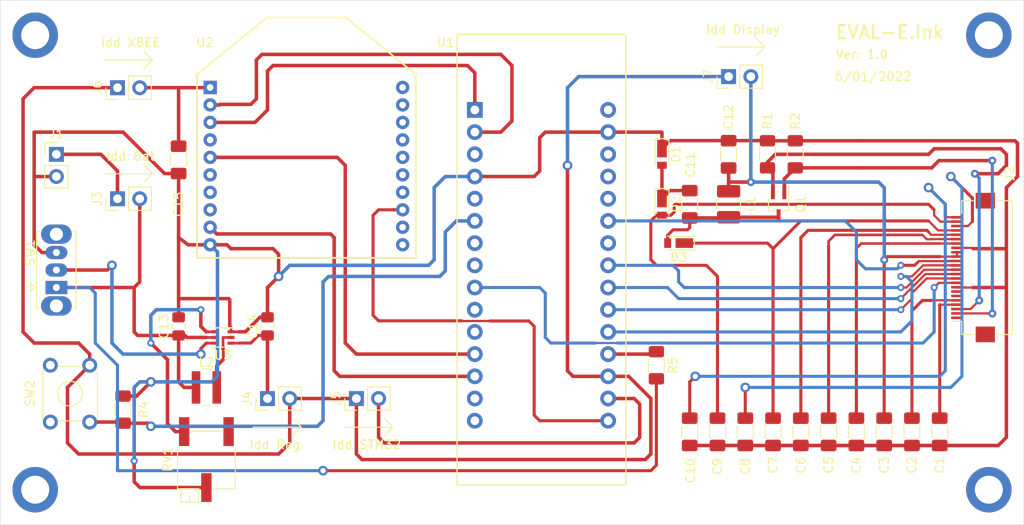
<source format=kicad_pcb>
(kicad_pcb (version 20171130) (host pcbnew 5.1.5+dfsg1-2build2)

  (general
    (thickness 1.6)
    (drawings 30)
    (tracks 453)
    (zones 0)
    (modules 38)
    (nets 38)
  )

  (page A4)
  (title_block
    (title EVAL-E.Ink)
    (date 2022-01-06)
    (rev 1.0)
    (company "INSA - GEI")
  )

  (layers
    (0 F.Cu signal)
    (31 B.Cu signal)
    (32 B.Adhes user)
    (33 F.Adhes user)
    (34 B.Paste user)
    (35 F.Paste user)
    (36 B.SilkS user)
    (37 F.SilkS user)
    (38 B.Mask user)
    (39 F.Mask user)
    (40 Dwgs.User user)
    (41 Cmts.User user)
    (42 Eco1.User user)
    (43 Eco2.User user)
    (44 Edge.Cuts user)
    (45 Margin user)
    (46 B.CrtYd user)
    (47 F.CrtYd user)
    (48 B.Fab user hide)
    (49 F.Fab user hide)
  )

  (setup
    (last_trace_width 0.4)
    (user_trace_width 0.2)
    (user_trace_width 0.25)
    (user_trace_width 0.3)
    (user_trace_width 0.35)
    (user_trace_width 0.4)
    (user_trace_width 0.5)
    (user_trace_width 0.7)
    (user_trace_width 1)
    (trace_clearance 0.2)
    (zone_clearance 0.508)
    (zone_45_only no)
    (trace_min 0.2)
    (via_size 0.8)
    (via_drill 0.4)
    (via_min_size 0.4)
    (via_min_drill 0.3)
    (user_via 0.9 0.4)
    (user_via 1.1 0.6)
    (user_via 1.3 0.7)
    (user_via 1.6 0.8)
    (user_via 1.8 1)
    (user_via 5.2 3.2)
    (uvia_size 0.3)
    (uvia_drill 0.1)
    (uvias_allowed no)
    (uvia_min_size 0.2)
    (uvia_min_drill 0.1)
    (edge_width 0.05)
    (segment_width 0.2)
    (pcb_text_width 0.3)
    (pcb_text_size 1.5 1.5)
    (mod_edge_width 0.12)
    (mod_text_size 1 1)
    (mod_text_width 0.15)
    (pad_size 1.524 1.524)
    (pad_drill 0.762)
    (pad_to_mask_clearance 0.051)
    (solder_mask_min_width 0.25)
    (aux_axis_origin 0 0)
    (visible_elements FFFFFF7F)
    (pcbplotparams
      (layerselection 0x010fc_ffffffff)
      (usegerberextensions false)
      (usegerberattributes false)
      (usegerberadvancedattributes false)
      (creategerberjobfile false)
      (excludeedgelayer true)
      (linewidth 0.100000)
      (plotframeref false)
      (viasonmask false)
      (mode 1)
      (useauxorigin false)
      (hpglpennumber 1)
      (hpglpenspeed 20)
      (hpglpendiameter 15.000000)
      (psnegative false)
      (psa4output false)
      (plotreference true)
      (plotvalue true)
      (plotinvisibletext false)
      (padsonsilk false)
      (subtractmaskfromsilk false)
      (outputformat 1)
      (mirror false)
      (drillshape 1)
      (scaleselection 1)
      (outputdirectory ""))
  )

  (net 0 "")
  (net 1 GND)
  (net 2 /EPD_VGL)
  (net 3 /EPD_VGH)
  (net 4 VD)
  (net 5 /EPD_VDD)
  (net 6 /EPD_VPP)
  (net 7 /EPD_VSH)
  (net 8 /EPD_PWRVGH)
  (net 9 /EPD_VSL)
  (net 10 /EPD_PWRVGL)
  (net 11 /EPD_VCOM)
  (net 12 "Net-(C11-Pad1)")
  (net 13 "Net-(C11-Pad2)")
  (net 14 +BATT)
  (net 15 "Net-(C14-Pad1)")
  (net 16 "Net-(C15-Pad1)")
  (net 17 /EPD_GDR)
  (net 18 /EPD_RESET)
  (net 19 /EPD_BUSY)
  (net 20 /~EPD_RST)
  (net 21 /EPD_DC)
  (net 22 /~EPD_CS)
  (net 23 /EPD_CLK)
  (net 24 /EPD_DIN)
  (net 25 +2V5)
  (net 26 "Net-(J5-Pad2)")
  (net 27 "Net-(L2-Pad2)")
  (net 28 /BUTTON)
  (net 29 "Net-(SW1-Pad2)")
  (net 30 "Net-(R5-Pad2)")
  (net 31 /USART1_TX)
  (net 32 /USART1_RX)
  (net 33 /~XBEE_RESET)
  (net 34 /XBEE_SLEEP_RQ)
  (net 35 /~XBEE_SLEEP)
  (net 36 "Net-(J1-Pad1)")
  (net 37 "Net-(RV1-Pad1)")

  (net_class Default "Ceci est la Netclass par défaut."
    (clearance 0.2)
    (trace_width 0.25)
    (via_dia 0.8)
    (via_drill 0.4)
    (uvia_dia 0.3)
    (uvia_drill 0.1)
    (add_net +2V5)
    (add_net +BATT)
    (add_net /BUTTON)
    (add_net /EPD_BUSY)
    (add_net /EPD_CLK)
    (add_net /EPD_DC)
    (add_net /EPD_DIN)
    (add_net /EPD_GDR)
    (add_net /EPD_PWRVGH)
    (add_net /EPD_PWRVGL)
    (add_net /EPD_RESET)
    (add_net /EPD_VCOM)
    (add_net /EPD_VDD)
    (add_net /EPD_VGH)
    (add_net /EPD_VGL)
    (add_net /EPD_VPP)
    (add_net /EPD_VSH)
    (add_net /EPD_VSL)
    (add_net /USART1_RX)
    (add_net /USART1_TX)
    (add_net /XBEE_SLEEP_RQ)
    (add_net /~EPD_CS)
    (add_net /~EPD_RST)
    (add_net /~XBEE_RESET)
    (add_net /~XBEE_SLEEP)
    (add_net GND)
    (add_net "Net-(C11-Pad1)")
    (add_net "Net-(C11-Pad2)")
    (add_net "Net-(C14-Pad1)")
    (add_net "Net-(C15-Pad1)")
    (add_net "Net-(J1-Pad1)")
    (add_net "Net-(J5-Pad2)")
    (add_net "Net-(L2-Pad2)")
    (add_net "Net-(R5-Pad2)")
    (add_net "Net-(RV1-Pad1)")
    (add_net "Net-(SW1-Pad2)")
    (add_net VD)
  )

  (module Insa:uDFN-6-1EP_2x2mm_P0.65mm_EP1x1.6mm (layer F.Cu) (tedit 61DC477C) (tstamp 61D76960)
    (at 115.57 102.235 180)
    (descr "6-Lead Plastic Dual Flat, No Lead Package (MA) - 2x2x0.9 mm Body [DFN] (see Microchip Packaging Specification 00000049BS.pdf)")
    (tags "DFN 0.65")
    (path /61E782BE)
    (attr smd)
    (fp_text reference U3 (at 0 -2.025) (layer F.SilkS)
      (effects (font (size 1 1) (thickness 0.15)))
    )
    (fp_text value MAX17220ELT (at 0 2.025) (layer F.Fab)
      (effects (font (size 1 1) (thickness 0.15)))
    )
    (fp_text user %R (at 0 0) (layer F.Fab)
      (effects (font (size 0.5 0.5) (thickness 0.075)))
    )
    (fp_line (start -0.5 -1) (end 1 -1) (layer F.Fab) (width 0.15))
    (fp_line (start 1 -1) (end 1 1) (layer F.Fab) (width 0.15))
    (fp_line (start 1 1) (end -1 1) (layer F.Fab) (width 0.15))
    (fp_line (start -1 1) (end -1 -0.5) (layer F.Fab) (width 0.15))
    (fp_line (start -1 -0.5) (end -0.5 -1) (layer F.Fab) (width 0.15))
    (fp_line (start -1.65 -1.25) (end -1.65 1.25) (layer F.CrtYd) (width 0.05))
    (fp_line (start 1.65 -1.25) (end 1.65 1.25) (layer F.CrtYd) (width 0.05))
    (fp_line (start -1.65 -1.25) (end 1.65 -1.25) (layer F.CrtYd) (width 0.05))
    (fp_line (start -1.65 1.25) (end 1.65 1.25) (layer F.CrtYd) (width 0.05))
    (fp_line (start -1 1.1) (end 1 1.1) (layer F.SilkS) (width 0.15))
    (fp_line (start 0 -1.1) (end 1 -1.1) (layer F.SilkS) (width 0.15))
    (pad 1 smd rect (at -0.915 -0.65 180) (size 0.8 0.35) (layers F.Cu F.Paste F.Mask)
      (net 15 "Net-(C14-Pad1)"))
    (pad 2 smd rect (at -0.915 0 180) (size 0.8 0.35) (layers F.Cu F.Paste F.Mask)
      (net 27 "Net-(L2-Pad2)"))
    (pad 3 smd rect (at -0.915 0.65 180) (size 0.8 0.35) (layers F.Cu F.Paste F.Mask)
      (net 1 GND))
    (pad 4 smd rect (at 0.915 0.65 180) (size 0.8 0.35) (layers F.Cu F.Paste F.Mask)
      (net 37 "Net-(RV1-Pad1)"))
    (pad 5 smd rect (at 0.915 0 180) (size 0.8 0.35) (layers F.Cu F.Paste F.Mask)
      (net 14 +BATT))
    (pad 6 smd rect (at 0.915 -0.65 180) (size 0.8 0.35) (layers F.Cu F.Paste F.Mask)
      (net 29 "Net-(SW1-Pad2)"))
    (model ${KISYS3DMOD}/Package_DFN_QFN.3dshapes/DFN-6-1EP_2x2mm_P0.65mm_EP1x1.6mm.wrl
      (at (xyz 0 0 0))
      (scale (xyz 1 1 1))
      (rotate (xyz 0 0 0))
    )
  )

  (module Connector_FFC-FPC:Hirose_FH12-24S-0.5SH_1x24-1MP_P0.50mm_Horizontal (layer F.Cu) (tedit 61D81B25) (tstamp 61D587B5)
    (at 201.295 94.234 90)
    (descr "Hirose FH12, FFC/FPC connector, FH12-24S-0.5SH, 24 Pins per row (https://www.hirose.com/product/en/products/FH12/FH12-24S-0.5SH(55)/), generated with kicad-footprint-generator")
    (tags "connector Hirose FH12 horizontal")
    (path /61C3CA0E)
    (attr smd)
    (fp_text reference J2 (at 10.734 4.205 90) (layer F.SilkS)
      (effects (font (size 1 1) (thickness 0.15)))
    )
    (fp_text value Conn_01x24 (at 0 5.6 90) (layer F.Fab)
      (effects (font (size 1 1) (thickness 0.15)))
    )
    (fp_text user %R (at 0 3.7 90) (layer F.Fab)
      (effects (font (size 1 1) (thickness 0.15)))
    )
    (fp_line (start 9.05 -3) (end -9.05 -3) (layer F.CrtYd) (width 0.05))
    (fp_line (start 9.05 4.9) (end 9.05 -3) (layer F.CrtYd) (width 0.05))
    (fp_line (start -9.05 4.9) (end 9.05 4.9) (layer F.CrtYd) (width 0.05))
    (fp_line (start -9.05 -3) (end -9.05 4.9) (layer F.CrtYd) (width 0.05))
    (fp_line (start -5.75 -0.492893) (end -5.25 -1.2) (layer F.Fab) (width 0.1))
    (fp_line (start -6.25 -1.2) (end -5.75 -0.492893) (layer F.Fab) (width 0.1))
    (fp_line (start -6.16 -1.3) (end -6.16 -2.5) (layer F.SilkS) (width 0.12))
    (fp_line (start 7.65 4.5) (end 7.65 2.76) (layer F.SilkS) (width 0.12))
    (fp_line (start -7.65 4.5) (end 7.65 4.5) (layer F.SilkS) (width 0.12))
    (fp_line (start -7.65 2.76) (end -7.65 4.5) (layer F.SilkS) (width 0.12))
    (fp_line (start 7.65 -1.3) (end 7.65 0.04) (layer F.SilkS) (width 0.12))
    (fp_line (start 6.16 -1.3) (end 7.65 -1.3) (layer F.SilkS) (width 0.12))
    (fp_line (start -7.65 -1.3) (end -7.65 0.04) (layer F.SilkS) (width 0.12))
    (fp_line (start -6.16 -1.3) (end -7.65 -1.3) (layer F.SilkS) (width 0.12))
    (fp_line (start 7.45 4.4) (end 0 4.4) (layer F.Fab) (width 0.1))
    (fp_line (start 7.45 3.7) (end 7.45 4.4) (layer F.Fab) (width 0.1))
    (fp_line (start 6.95 3.7) (end 7.45 3.7) (layer F.Fab) (width 0.1))
    (fp_line (start 6.95 3.4) (end 6.95 3.7) (layer F.Fab) (width 0.1))
    (fp_line (start 7.55 3.4) (end 6.95 3.4) (layer F.Fab) (width 0.1))
    (fp_line (start 7.55 -1.2) (end 7.55 3.4) (layer F.Fab) (width 0.1))
    (fp_line (start 0 -1.2) (end 7.55 -1.2) (layer F.Fab) (width 0.1))
    (fp_line (start -7.45 4.4) (end 0 4.4) (layer F.Fab) (width 0.1))
    (fp_line (start -7.45 3.7) (end -7.45 4.4) (layer F.Fab) (width 0.1))
    (fp_line (start -6.95 3.7) (end -7.45 3.7) (layer F.Fab) (width 0.1))
    (fp_line (start -6.95 3.4) (end -6.95 3.7) (layer F.Fab) (width 0.1))
    (fp_line (start -7.55 3.4) (end -6.95 3.4) (layer F.Fab) (width 0.1))
    (fp_line (start -7.55 -1.2) (end -7.55 3.4) (layer F.Fab) (width 0.1))
    (fp_line (start 0 -1.2) (end -7.55 -1.2) (layer F.Fab) (width 0.1))
    (pad 24 smd rect (at 5.75 -1.85 90) (size 0.3 1.3) (layers F.Cu F.Paste F.Mask)
      (net 11 /EPD_VCOM))
    (pad 23 smd rect (at 5.25 -1.85 90) (size 0.3 1.3) (layers F.Cu F.Paste F.Mask)
      (net 10 /EPD_PWRVGL))
    (pad 22 smd rect (at 4.75 -1.85 90) (size 0.3 1.3) (layers F.Cu F.Paste F.Mask)
      (net 9 /EPD_VSL))
    (pad 21 smd rect (at 4.25 -1.85 90) (size 0.3 1.3) (layers F.Cu F.Paste F.Mask)
      (net 8 /EPD_PWRVGH))
    (pad 20 smd rect (at 3.75 -1.85 90) (size 0.3 1.3) (layers F.Cu F.Paste F.Mask)
      (net 7 /EPD_VSH))
    (pad 19 smd rect (at 3.25 -1.85 90) (size 0.3 1.3) (layers F.Cu F.Paste F.Mask)
      (net 6 /EPD_VPP))
    (pad 18 smd rect (at 2.75 -1.85 90) (size 0.3 1.3) (layers F.Cu F.Paste F.Mask)
      (net 5 /EPD_VDD))
    (pad 17 smd rect (at 2.25 -1.85 90) (size 0.3 1.3) (layers F.Cu F.Paste F.Mask)
      (net 1 GND))
    (pad 16 smd rect (at 1.75 -1.85 90) (size 0.3 1.3) (layers F.Cu F.Paste F.Mask)
      (net 4 VD))
    (pad 15 smd rect (at 1.25 -1.85 90) (size 0.3 1.3) (layers F.Cu F.Paste F.Mask)
      (net 4 VD))
    (pad 14 smd rect (at 0.75 -1.85 90) (size 0.3 1.3) (layers F.Cu F.Paste F.Mask)
      (net 24 /EPD_DIN))
    (pad 13 smd rect (at 0.25 -1.85 90) (size 0.3 1.3) (layers F.Cu F.Paste F.Mask)
      (net 23 /EPD_CLK))
    (pad 12 smd rect (at -0.25 -1.85 90) (size 0.3 1.3) (layers F.Cu F.Paste F.Mask)
      (net 22 /~EPD_CS))
    (pad 11 smd rect (at -0.75 -1.85 90) (size 0.3 1.3) (layers F.Cu F.Paste F.Mask)
      (net 21 /EPD_DC))
    (pad 10 smd rect (at -1.25 -1.85 90) (size 0.3 1.3) (layers F.Cu F.Paste F.Mask)
      (net 20 /~EPD_RST))
    (pad 9 smd rect (at -1.75 -1.85 90) (size 0.3 1.3) (layers F.Cu F.Paste F.Mask)
      (net 19 /EPD_BUSY))
    (pad 8 smd rect (at -2.25 -1.85 90) (size 0.3 1.3) (layers F.Cu F.Paste F.Mask)
      (net 1 GND))
    (pad 7 smd rect (at -2.75 -1.85 90) (size 0.3 1.3) (layers F.Cu F.Paste F.Mask))
    (pad 6 smd rect (at -3.25 -1.85 90) (size 0.3 1.3) (layers F.Cu F.Paste F.Mask))
    (pad 5 smd rect (at -3.75 -1.85 90) (size 0.3 1.3) (layers F.Cu F.Paste F.Mask)
      (net 3 /EPD_VGH))
    (pad 4 smd rect (at -4.25 -1.85 90) (size 0.3 1.3) (layers F.Cu F.Paste F.Mask)
      (net 2 /EPD_VGL))
    (pad 3 smd rect (at -4.75 -1.85 90) (size 0.3 1.3) (layers F.Cu F.Paste F.Mask)
      (net 18 /EPD_RESET))
    (pad 2 smd rect (at -5.25 -1.85 90) (size 0.3 1.3) (layers F.Cu F.Paste F.Mask)
      (net 17 /EPD_GDR))
    (pad 1 smd rect (at -5.75 -1.85 90) (size 0.3 1.3) (layers F.Cu F.Paste F.Mask))
    (pad MP smd rect (at -7.65 1.4 90) (size 1.8 2.2) (layers F.Cu F.Paste F.Mask))
    (pad MP smd rect (at 7.65 1.4 90) (size 1.8 2.2) (layers F.Cu F.Paste F.Mask))
    (model ${KISYS3DMOD}/Connector_FFC-FPC.3dshapes/Hirose_FH12-24S-0.5SH_1x24-1MP_P0.50mm_Horizontal.wrl
      (at (xyz 0 0 0))
      (scale (xyz 1 1 1))
      (rotate (xyz 0 0 0))
    )
    (model /home/dimercur/kicad/local-packages3d/Insa.3dshapes/FH12-24S-0.5SH.stp
      (offset (xyz 15.9766 -10.5156 -117.983))
      (scale (xyz 1 1 1))
      (rotate (xyz 90 90 90))
    )
  )

  (module Button_Switch_THT:SW_Slide_1P2T_CK_OS102011MS2Q (layer F.Cu) (tedit 61D818FE) (tstamp 61D588C3)
    (at 96.52 96.52 90)
    (descr "CuK miniature slide switch, OS series, SPDT, https://www.ckswitches.com/media/1428/os.pdf")
    (tags "switch SPDT")
    (path /61E47136)
    (fp_text reference SW1 (at 3.99 -2.99 90) (layer F.SilkS)
      (effects (font (size 1 1) (thickness 0.15)))
    )
    (fp_text value SW_SPDT (at 2 3 90) (layer F.Fab)
      (effects (font (size 1 1) (thickness 0.15)))
    )
    (fp_line (start 0.5 -2.96) (end -0.5 -2.96) (layer F.SilkS) (width 0.12))
    (fp_line (start 0 -2.46) (end 0.5 -2.96) (layer F.SilkS) (width 0.12))
    (fp_line (start -0.5 -2.96) (end 0 -2.46) (layer F.SilkS) (width 0.12))
    (fp_line (start 0 -1.65) (end 0.5 -2.15) (layer F.Fab) (width 0.1))
    (fp_line (start -0.5 -2.15) (end 0 -1.65) (layer F.Fab) (width 0.1))
    (fp_line (start -3.45 2.4) (end -3.45 -2.4) (layer B.CrtYd) (width 0.05))
    (fp_line (start 7.45 2.4) (end -3.45 2.4) (layer B.CrtYd) (width 0.05))
    (fp_line (start 7.45 -2.4) (end 7.45 2.4) (layer B.CrtYd) (width 0.05))
    (fp_line (start -3.45 -2.4) (end 7.45 -2.4) (layer B.CrtYd) (width 0.05))
    (fp_text user %R (at 3.99 -2.99 90) (layer F.Fab)
      (effects (font (size 1 1) (thickness 0.15)))
    )
    (fp_line (start 6.41 2.26) (end 6.41 1.95) (layer F.SilkS) (width 0.12))
    (fp_line (start -2.41 2.26) (end -2.41 1.95) (layer F.SilkS) (width 0.12))
    (fp_line (start -2.41 -1.95) (end -2.41 -2.26) (layer F.SilkS) (width 0.12))
    (fp_line (start 6.41 2.26) (end -2.41 2.26) (layer F.SilkS) (width 0.12))
    (fp_line (start 6.41 -2.26) (end 6.41 -1.95) (layer F.SilkS) (width 0.12))
    (fp_line (start -2.41 -2.26) (end 6.41 -2.26) (layer F.SilkS) (width 0.12))
    (fp_line (start -2.3 -2.15) (end -0.5 -2.15) (layer F.Fab) (width 0.1))
    (fp_line (start 2 -1) (end 2 1) (layer F.Fab) (width 0.1))
    (fp_line (start 1.34 -1) (end 1.34 1) (layer F.Fab) (width 0.1))
    (fp_line (start 0.66 -1) (end 0.66 1) (layer F.Fab) (width 0.1))
    (fp_line (start 0 -1) (end 0 1) (layer F.Fab) (width 0.1))
    (fp_line (start 0 1) (end 4 1) (layer F.Fab) (width 0.1))
    (fp_line (start 4 -1) (end 4 1) (layer F.Fab) (width 0.1))
    (fp_line (start 0 -1) (end 4 -1) (layer F.Fab) (width 0.1))
    (fp_line (start -2.3 2.15) (end -2.3 -2.15) (layer F.Fab) (width 0.1))
    (fp_line (start 6.3 2.15) (end -2.3 2.15) (layer F.Fab) (width 0.1))
    (fp_line (start 6.3 -2.15) (end 6.3 2.15) (layer F.Fab) (width 0.1))
    (fp_line (start 0.5 -2.15) (end 6.3 -2.15) (layer F.Fab) (width 0.1))
    (pad "" thru_hole oval (at 6.1 0 90) (size 2.2 3.5) (drill 1.5) (layers *.Cu *.Mask))
    (pad "" thru_hole oval (at -2.1 0 90) (size 2.2 3.5) (drill 1.5) (layers *.Cu *.Mask))
    (pad 3 thru_hole oval (at 4 0 90) (size 1.5 2.5) (drill 0.8) (layers *.Cu *.Mask)
      (net 1 GND))
    (pad 2 thru_hole oval (at 2 0 90) (size 1.5 2.5) (drill 0.8) (layers *.Cu *.Mask)
      (net 29 "Net-(SW1-Pad2)"))
    (pad 1 thru_hole rect (at 0 0 90) (size 1.5 2.5) (drill 0.8) (layers *.Cu *.Mask)
      (net 14 +BATT))
    (model ${KISYS3DMOD}/Button_Switch_THT.3dshapes/SW_Slide_1P2T_CK_OS102011MS2Q.wrl
      (at (xyz 0 0 0))
      (scale (xyz 1 1 1))
      (rotate (xyz 0 0 0))
    )
    (model /home/dimercur/kicad/local-packages3d/Insa.3dshapes/OS102011MS2QN1.stp
      (offset (xyz 2.0066 -0 4.343400000000001))
      (scale (xyz 1 1 1))
      (rotate (xyz -90 0 0))
    )
  )

  (module Insa:Xbee3 (layer F.Cu) (tedit 61D7FA61) (tstamp 61D58928)
    (at 125.095 79.629)
    (path /61D62A97)
    (fp_text reference U2 (at -11.595 -11.129) (layer F.SilkS)
      (effects (font (size 1 1) (thickness 0.15)))
    )
    (fp_text value XBee3 (at 0 6.5) (layer F.Fab)
      (effects (font (size 1 1) (thickness 0.15)))
    )
    (fp_line (start -12.5 -7.5) (end -4.5 -14) (layer F.CrtYd) (width 0.2))
    (fp_line (start -12.5 13.5) (end -12.5 -7.5) (layer F.CrtYd) (width 0.2))
    (fp_line (start 12.5 13.5) (end -12.5 13.5) (layer F.CrtYd) (width 0.2))
    (fp_line (start 12.5 -7.5) (end 12.5 13.5) (layer F.CrtYd) (width 0.2))
    (fp_line (start 4.5 -14) (end 12.5 -7.5) (layer F.CrtYd) (width 0.2))
    (fp_line (start -4.5 -14) (end 4.5 -14) (layer F.CrtYd) (width 0.2))
    (fp_line (start -12.5 -7.5) (end -4.5 -14) (layer F.SilkS) (width 0.2))
    (fp_line (start 4.5 -14) (end 12.5 -7.5) (layer F.SilkS) (width 0.2))
    (fp_line (start -4.5 -14) (end 4.5 -14) (layer F.SilkS) (width 0.2))
    (fp_line (start -12.5 13.5) (end -12.5 -7.5) (layer F.SilkS) (width 0.2))
    (fp_line (start 12.5 13.5) (end 12.5 -7.5) (layer F.SilkS) (width 0.2))
    (fp_line (start -12.5 13.5) (end 12.5 13.5) (layer F.SilkS) (width 0.2))
    (pad 10 thru_hole circle (at -11 12) (size 1.524 1.524) (drill 0.762) (layers *.Cu *.Mask)
      (net 1 GND))
    (pad 9 thru_hole circle (at -11 10) (size 1.524 1.524) (drill 0.762) (layers *.Cu *.Mask)
      (net 34 /XBEE_SLEEP_RQ))
    (pad 8 thru_hole circle (at -11 8) (size 1.524 1.524) (drill 0.762) (layers *.Cu *.Mask))
    (pad 7 thru_hole circle (at -11 6) (size 1.524 1.524) (drill 0.762) (layers *.Cu *.Mask))
    (pad 6 thru_hole circle (at -11 4) (size 1.524 1.524) (drill 0.762) (layers *.Cu *.Mask))
    (pad 5 thru_hole circle (at -11 2) (size 1.524 1.524) (drill 0.762) (layers *.Cu *.Mask)
      (net 33 /~XBEE_RESET))
    (pad 11 thru_hole circle (at 11 12) (size 1.524 1.524) (drill 0.762) (layers *.Cu *.Mask))
    (pad 12 thru_hole circle (at 11 10) (size 1.524 1.524) (drill 0.762) (layers *.Cu *.Mask))
    (pad 13 thru_hole circle (at 11 8) (size 1.524 1.524) (drill 0.762) (layers *.Cu *.Mask)
      (net 35 /~XBEE_SLEEP))
    (pad 14 thru_hole circle (at 11 6) (size 1.524 1.524) (drill 0.762) (layers *.Cu *.Mask))
    (pad 15 thru_hole circle (at 11 4) (size 1.524 1.524) (drill 0.762) (layers *.Cu *.Mask))
    (pad 16 thru_hole circle (at 11 2) (size 1.524 1.524) (drill 0.762) (layers *.Cu *.Mask))
    (pad 20 thru_hole circle (at 11 -6) (size 1.524 1.524) (drill 0.762) (layers *.Cu *.Mask))
    (pad 19 thru_hole circle (at 11 -4) (size 1.524 1.524) (drill 0.762) (layers *.Cu *.Mask))
    (pad 18 thru_hole circle (at 11 -2) (size 1.524 1.524) (drill 0.762) (layers *.Cu *.Mask))
    (pad 1 thru_hole rect (at -11 -6) (size 1.524 1.524) (drill 0.762) (layers *.Cu *.Mask)
      (net 16 "Net-(C15-Pad1)"))
    (pad 2 thru_hole circle (at -11 -4) (size 1.524 1.524) (drill 0.762) (layers *.Cu *.Mask)
      (net 32 /USART1_RX))
    (pad 3 thru_hole circle (at -11 -2) (size 1.524 1.524) (drill 0.762) (layers *.Cu *.Mask)
      (net 31 /USART1_TX))
    (pad 17 thru_hole circle (at 11 0) (size 1.524 1.524) (drill 0.762) (layers *.Cu *.Mask))
    (pad 4 thru_hole circle (at -11 0) (size 1.524 1.524) (drill 0.762) (layers *.Cu *.Mask))
    (model /home/dimercur/kicad/local-packages3d/Insa.3dshapes/XBee_Module_-_ZB_Series_S2C_-_2mW_with_Wire_Antenna_-_XB24CZ7WIT-004_1661764185.214.step
      (offset (xyz 0 -13.9192 6.680200000000001))
      (scale (xyz 1 1 1))
      (rotate (xyz 0 -180 0))
    )
  )

  (module Resistor_SMD:R_1206_3216Metric_Pad1.30x1.75mm_HandSolder (layer F.Cu) (tedit 5F68FEEE) (tstamp 61D5B21A)
    (at 165.1 105.41 90)
    (descr "Resistor SMD 1206 (3216 Metric), square (rectangular) end terminal, IPC_7351 nominal with elongated pad for handsoldering. (Body size source: IPC-SM-782 page 72, https://www.pcb-3d.com/wordpress/wp-content/uploads/ipc-sm-782a_amendment_1_and_2.pdf), generated with kicad-footprint-generator")
    (tags "resistor handsolder")
    (path /6205F801)
    (attr smd)
    (fp_text reference R5 (at 0 1.905 90) (layer F.SilkS)
      (effects (font (size 1 1) (thickness 0.15)))
    )
    (fp_text value 100R (at 0 1.82 90) (layer F.Fab)
      (effects (font (size 1 1) (thickness 0.15)))
    )
    (fp_text user %R (at 0 0 90) (layer F.Fab)
      (effects (font (size 0.8 0.8) (thickness 0.12)))
    )
    (fp_line (start 2.45 1.12) (end -2.45 1.12) (layer F.CrtYd) (width 0.05))
    (fp_line (start 2.45 -1.12) (end 2.45 1.12) (layer F.CrtYd) (width 0.05))
    (fp_line (start -2.45 -1.12) (end 2.45 -1.12) (layer F.CrtYd) (width 0.05))
    (fp_line (start -2.45 1.12) (end -2.45 -1.12) (layer F.CrtYd) (width 0.05))
    (fp_line (start -0.727064 0.91) (end 0.727064 0.91) (layer F.SilkS) (width 0.12))
    (fp_line (start -0.727064 -0.91) (end 0.727064 -0.91) (layer F.SilkS) (width 0.12))
    (fp_line (start 1.6 0.8) (end -1.6 0.8) (layer F.Fab) (width 0.1))
    (fp_line (start 1.6 -0.8) (end 1.6 0.8) (layer F.Fab) (width 0.1))
    (fp_line (start -1.6 -0.8) (end 1.6 -0.8) (layer F.Fab) (width 0.1))
    (fp_line (start -1.6 0.8) (end -1.6 -0.8) (layer F.Fab) (width 0.1))
    (pad 2 smd roundrect (at 1.55 0 90) (size 1.3 1.75) (layers F.Cu F.Paste F.Mask) (roundrect_rratio 0.192308)
      (net 30 "Net-(R5-Pad2)"))
    (pad 1 smd roundrect (at -1.55 0 90) (size 1.3 1.75) (layers F.Cu F.Paste F.Mask) (roundrect_rratio 0.192308)
      (net 14 +BATT))
    (model ${KISYS3DMOD}/Resistor_SMD.3dshapes/R_1206_3216Metric.wrl
      (at (xyz 0 0 0))
      (scale (xyz 1 1 1))
      (rotate (xyz 0 0 0))
    )
  )

  (module Capacitor_SMD:C_1206_3216Metric_Pad1.33x1.80mm_HandSolder (layer F.Cu) (tedit 5F68FEEF) (tstamp 61D5862B)
    (at 197.485 113.03 270)
    (descr "Capacitor SMD 1206 (3216 Metric), square (rectangular) end terminal, IPC_7351 nominal with elongated pad for handsoldering. (Body size source: IPC-SM-782 page 76, https://www.pcb-3d.com/wordpress/wp-content/uploads/ipc-sm-782a_amendment_1_and_2.pdf), generated with kicad-footprint-generator")
    (tags "capacitor handsolder")
    (path /61C817A1)
    (attr smd)
    (fp_text reference C1 (at 3.81 0 90) (layer F.SilkS)
      (effects (font (size 1 1) (thickness 0.15)))
    )
    (fp_text value 1µF (at 0 1.85 90) (layer F.Fab)
      (effects (font (size 1 1) (thickness 0.15)))
    )
    (fp_text user %R (at 0 0 90) (layer F.Fab)
      (effects (font (size 0.8 0.8) (thickness 0.12)))
    )
    (fp_line (start 2.48 1.15) (end -2.48 1.15) (layer F.CrtYd) (width 0.05))
    (fp_line (start 2.48 -1.15) (end 2.48 1.15) (layer F.CrtYd) (width 0.05))
    (fp_line (start -2.48 -1.15) (end 2.48 -1.15) (layer F.CrtYd) (width 0.05))
    (fp_line (start -2.48 1.15) (end -2.48 -1.15) (layer F.CrtYd) (width 0.05))
    (fp_line (start -0.711252 0.91) (end 0.711252 0.91) (layer F.SilkS) (width 0.12))
    (fp_line (start -0.711252 -0.91) (end 0.711252 -0.91) (layer F.SilkS) (width 0.12))
    (fp_line (start 1.6 0.8) (end -1.6 0.8) (layer F.Fab) (width 0.1))
    (fp_line (start 1.6 -0.8) (end 1.6 0.8) (layer F.Fab) (width 0.1))
    (fp_line (start -1.6 -0.8) (end 1.6 -0.8) (layer F.Fab) (width 0.1))
    (fp_line (start -1.6 0.8) (end -1.6 -0.8) (layer F.Fab) (width 0.1))
    (pad 2 smd roundrect (at 1.5625 0 270) (size 1.325 1.8) (layers F.Cu F.Paste F.Mask) (roundrect_rratio 0.188679)
      (net 1 GND))
    (pad 1 smd roundrect (at -1.5625 0 270) (size 1.325 1.8) (layers F.Cu F.Paste F.Mask) (roundrect_rratio 0.188679)
      (net 2 /EPD_VGL))
    (model ${KISYS3DMOD}/Capacitor_SMD.3dshapes/C_1206_3216Metric.wrl
      (at (xyz 0 0 0))
      (scale (xyz 1 1 1))
      (rotate (xyz 0 0 0))
    )
  )

  (module Capacitor_SMD:C_1206_3216Metric_Pad1.33x1.80mm_HandSolder (layer F.Cu) (tedit 5F68FEEF) (tstamp 61D5863C)
    (at 194.31 113.03 270)
    (descr "Capacitor SMD 1206 (3216 Metric), square (rectangular) end terminal, IPC_7351 nominal with elongated pad for handsoldering. (Body size source: IPC-SM-782 page 76, https://www.pcb-3d.com/wordpress/wp-content/uploads/ipc-sm-782a_amendment_1_and_2.pdf), generated with kicad-footprint-generator")
    (tags "capacitor handsolder")
    (path /61C80DE3)
    (attr smd)
    (fp_text reference C2 (at 3.81 0 90) (layer F.SilkS)
      (effects (font (size 1 1) (thickness 0.15)))
    )
    (fp_text value 1µF (at 0 1.85 90) (layer F.Fab)
      (effects (font (size 1 1) (thickness 0.15)))
    )
    (fp_line (start -1.6 0.8) (end -1.6 -0.8) (layer F.Fab) (width 0.1))
    (fp_line (start -1.6 -0.8) (end 1.6 -0.8) (layer F.Fab) (width 0.1))
    (fp_line (start 1.6 -0.8) (end 1.6 0.8) (layer F.Fab) (width 0.1))
    (fp_line (start 1.6 0.8) (end -1.6 0.8) (layer F.Fab) (width 0.1))
    (fp_line (start -0.711252 -0.91) (end 0.711252 -0.91) (layer F.SilkS) (width 0.12))
    (fp_line (start -0.711252 0.91) (end 0.711252 0.91) (layer F.SilkS) (width 0.12))
    (fp_line (start -2.48 1.15) (end -2.48 -1.15) (layer F.CrtYd) (width 0.05))
    (fp_line (start -2.48 -1.15) (end 2.48 -1.15) (layer F.CrtYd) (width 0.05))
    (fp_line (start 2.48 -1.15) (end 2.48 1.15) (layer F.CrtYd) (width 0.05))
    (fp_line (start 2.48 1.15) (end -2.48 1.15) (layer F.CrtYd) (width 0.05))
    (fp_text user %R (at 0 0 90) (layer F.Fab)
      (effects (font (size 0.8 0.8) (thickness 0.12)))
    )
    (pad 1 smd roundrect (at -1.5625 0 270) (size 1.325 1.8) (layers F.Cu F.Paste F.Mask) (roundrect_rratio 0.188679)
      (net 3 /EPD_VGH))
    (pad 2 smd roundrect (at 1.5625 0 270) (size 1.325 1.8) (layers F.Cu F.Paste F.Mask) (roundrect_rratio 0.188679)
      (net 1 GND))
    (model ${KISYS3DMOD}/Capacitor_SMD.3dshapes/C_1206_3216Metric.wrl
      (at (xyz 0 0 0))
      (scale (xyz 1 1 1))
      (rotate (xyz 0 0 0))
    )
  )

  (module Capacitor_SMD:C_1206_3216Metric_Pad1.33x1.80mm_HandSolder (layer F.Cu) (tedit 5F68FEEF) (tstamp 61D5864D)
    (at 191.135 113.03 270)
    (descr "Capacitor SMD 1206 (3216 Metric), square (rectangular) end terminal, IPC_7351 nominal with elongated pad for handsoldering. (Body size source: IPC-SM-782 page 76, https://www.pcb-3d.com/wordpress/wp-content/uploads/ipc-sm-782a_amendment_1_and_2.pdf), generated with kicad-footprint-generator")
    (tags "capacitor handsolder")
    (path /61C80454)
    (attr smd)
    (fp_text reference C3 (at 3.81 0 90) (layer F.SilkS)
      (effects (font (size 1 1) (thickness 0.15)))
    )
    (fp_text value 1µF (at 0 1.85 90) (layer F.Fab)
      (effects (font (size 1 1) (thickness 0.15)))
    )
    (fp_text user %R (at 0 0 90) (layer F.Fab)
      (effects (font (size 0.8 0.8) (thickness 0.12)))
    )
    (fp_line (start 2.48 1.15) (end -2.48 1.15) (layer F.CrtYd) (width 0.05))
    (fp_line (start 2.48 -1.15) (end 2.48 1.15) (layer F.CrtYd) (width 0.05))
    (fp_line (start -2.48 -1.15) (end 2.48 -1.15) (layer F.CrtYd) (width 0.05))
    (fp_line (start -2.48 1.15) (end -2.48 -1.15) (layer F.CrtYd) (width 0.05))
    (fp_line (start -0.711252 0.91) (end 0.711252 0.91) (layer F.SilkS) (width 0.12))
    (fp_line (start -0.711252 -0.91) (end 0.711252 -0.91) (layer F.SilkS) (width 0.12))
    (fp_line (start 1.6 0.8) (end -1.6 0.8) (layer F.Fab) (width 0.1))
    (fp_line (start 1.6 -0.8) (end 1.6 0.8) (layer F.Fab) (width 0.1))
    (fp_line (start -1.6 -0.8) (end 1.6 -0.8) (layer F.Fab) (width 0.1))
    (fp_line (start -1.6 0.8) (end -1.6 -0.8) (layer F.Fab) (width 0.1))
    (pad 2 smd roundrect (at 1.5625 0 270) (size 1.325 1.8) (layers F.Cu F.Paste F.Mask) (roundrect_rratio 0.188679)
      (net 1 GND))
    (pad 1 smd roundrect (at -1.5625 0 270) (size 1.325 1.8) (layers F.Cu F.Paste F.Mask) (roundrect_rratio 0.188679)
      (net 4 VD))
    (model ${KISYS3DMOD}/Capacitor_SMD.3dshapes/C_1206_3216Metric.wrl
      (at (xyz 0 0 0))
      (scale (xyz 1 1 1))
      (rotate (xyz 0 0 0))
    )
  )

  (module Capacitor_SMD:C_1206_3216Metric_Pad1.33x1.80mm_HandSolder (layer F.Cu) (tedit 5F68FEEF) (tstamp 61D5865E)
    (at 187.96 113.03 270)
    (descr "Capacitor SMD 1206 (3216 Metric), square (rectangular) end terminal, IPC_7351 nominal with elongated pad for handsoldering. (Body size source: IPC-SM-782 page 76, https://www.pcb-3d.com/wordpress/wp-content/uploads/ipc-sm-782a_amendment_1_and_2.pdf), generated with kicad-footprint-generator")
    (tags "capacitor handsolder")
    (path /61C7FB6C)
    (attr smd)
    (fp_text reference C4 (at 3.81 0 90) (layer F.SilkS)
      (effects (font (size 1 1) (thickness 0.15)))
    )
    (fp_text value 1µF (at 0 1.85 90) (layer F.Fab)
      (effects (font (size 1 1) (thickness 0.15)))
    )
    (fp_line (start -1.6 0.8) (end -1.6 -0.8) (layer F.Fab) (width 0.1))
    (fp_line (start -1.6 -0.8) (end 1.6 -0.8) (layer F.Fab) (width 0.1))
    (fp_line (start 1.6 -0.8) (end 1.6 0.8) (layer F.Fab) (width 0.1))
    (fp_line (start 1.6 0.8) (end -1.6 0.8) (layer F.Fab) (width 0.1))
    (fp_line (start -0.711252 -0.91) (end 0.711252 -0.91) (layer F.SilkS) (width 0.12))
    (fp_line (start -0.711252 0.91) (end 0.711252 0.91) (layer F.SilkS) (width 0.12))
    (fp_line (start -2.48 1.15) (end -2.48 -1.15) (layer F.CrtYd) (width 0.05))
    (fp_line (start -2.48 -1.15) (end 2.48 -1.15) (layer F.CrtYd) (width 0.05))
    (fp_line (start 2.48 -1.15) (end 2.48 1.15) (layer F.CrtYd) (width 0.05))
    (fp_line (start 2.48 1.15) (end -2.48 1.15) (layer F.CrtYd) (width 0.05))
    (fp_text user %R (at 0 0 90) (layer F.Fab)
      (effects (font (size 0.8 0.8) (thickness 0.12)))
    )
    (pad 1 smd roundrect (at -1.5625 0 270) (size 1.325 1.8) (layers F.Cu F.Paste F.Mask) (roundrect_rratio 0.188679)
      (net 5 /EPD_VDD))
    (pad 2 smd roundrect (at 1.5625 0 270) (size 1.325 1.8) (layers F.Cu F.Paste F.Mask) (roundrect_rratio 0.188679)
      (net 1 GND))
    (model ${KISYS3DMOD}/Capacitor_SMD.3dshapes/C_1206_3216Metric.wrl
      (at (xyz 0 0 0))
      (scale (xyz 1 1 1))
      (rotate (xyz 0 0 0))
    )
  )

  (module Capacitor_SMD:C_1206_3216Metric_Pad1.33x1.80mm_HandSolder (layer F.Cu) (tedit 5F68FEEF) (tstamp 61D5866F)
    (at 184.785 113.03 270)
    (descr "Capacitor SMD 1206 (3216 Metric), square (rectangular) end terminal, IPC_7351 nominal with elongated pad for handsoldering. (Body size source: IPC-SM-782 page 76, https://www.pcb-3d.com/wordpress/wp-content/uploads/ipc-sm-782a_amendment_1_and_2.pdf), generated with kicad-footprint-generator")
    (tags "capacitor handsolder")
    (path /61C7F28F)
    (attr smd)
    (fp_text reference C5 (at 3.81 0 90) (layer F.SilkS)
      (effects (font (size 1 1) (thickness 0.15)))
    )
    (fp_text value 1µF (at 0 1.85 90) (layer F.Fab)
      (effects (font (size 1 1) (thickness 0.15)))
    )
    (fp_text user %R (at 0 0 90) (layer F.Fab)
      (effects (font (size 0.8 0.8) (thickness 0.12)))
    )
    (fp_line (start 2.48 1.15) (end -2.48 1.15) (layer F.CrtYd) (width 0.05))
    (fp_line (start 2.48 -1.15) (end 2.48 1.15) (layer F.CrtYd) (width 0.05))
    (fp_line (start -2.48 -1.15) (end 2.48 -1.15) (layer F.CrtYd) (width 0.05))
    (fp_line (start -2.48 1.15) (end -2.48 -1.15) (layer F.CrtYd) (width 0.05))
    (fp_line (start -0.711252 0.91) (end 0.711252 0.91) (layer F.SilkS) (width 0.12))
    (fp_line (start -0.711252 -0.91) (end 0.711252 -0.91) (layer F.SilkS) (width 0.12))
    (fp_line (start 1.6 0.8) (end -1.6 0.8) (layer F.Fab) (width 0.1))
    (fp_line (start 1.6 -0.8) (end 1.6 0.8) (layer F.Fab) (width 0.1))
    (fp_line (start -1.6 -0.8) (end 1.6 -0.8) (layer F.Fab) (width 0.1))
    (fp_line (start -1.6 0.8) (end -1.6 -0.8) (layer F.Fab) (width 0.1))
    (pad 2 smd roundrect (at 1.5625 0 270) (size 1.325 1.8) (layers F.Cu F.Paste F.Mask) (roundrect_rratio 0.188679)
      (net 1 GND))
    (pad 1 smd roundrect (at -1.5625 0 270) (size 1.325 1.8) (layers F.Cu F.Paste F.Mask) (roundrect_rratio 0.188679)
      (net 6 /EPD_VPP))
    (model ${KISYS3DMOD}/Capacitor_SMD.3dshapes/C_1206_3216Metric.wrl
      (at (xyz 0 0 0))
      (scale (xyz 1 1 1))
      (rotate (xyz 0 0 0))
    )
  )

  (module Capacitor_SMD:C_1206_3216Metric_Pad1.33x1.80mm_HandSolder (layer F.Cu) (tedit 5F68FEEF) (tstamp 61D58680)
    (at 181.61 113.03 270)
    (descr "Capacitor SMD 1206 (3216 Metric), square (rectangular) end terminal, IPC_7351 nominal with elongated pad for handsoldering. (Body size source: IPC-SM-782 page 76, https://www.pcb-3d.com/wordpress/wp-content/uploads/ipc-sm-782a_amendment_1_and_2.pdf), generated with kicad-footprint-generator")
    (tags "capacitor handsolder")
    (path /61C79C96)
    (attr smd)
    (fp_text reference C6 (at 3.81 0 90) (layer F.SilkS)
      (effects (font (size 1 1) (thickness 0.15)))
    )
    (fp_text value 1µF (at 0 1.85 90) (layer F.Fab)
      (effects (font (size 1 1) (thickness 0.15)))
    )
    (fp_line (start -1.6 0.8) (end -1.6 -0.8) (layer F.Fab) (width 0.1))
    (fp_line (start -1.6 -0.8) (end 1.6 -0.8) (layer F.Fab) (width 0.1))
    (fp_line (start 1.6 -0.8) (end 1.6 0.8) (layer F.Fab) (width 0.1))
    (fp_line (start 1.6 0.8) (end -1.6 0.8) (layer F.Fab) (width 0.1))
    (fp_line (start -0.711252 -0.91) (end 0.711252 -0.91) (layer F.SilkS) (width 0.12))
    (fp_line (start -0.711252 0.91) (end 0.711252 0.91) (layer F.SilkS) (width 0.12))
    (fp_line (start -2.48 1.15) (end -2.48 -1.15) (layer F.CrtYd) (width 0.05))
    (fp_line (start -2.48 -1.15) (end 2.48 -1.15) (layer F.CrtYd) (width 0.05))
    (fp_line (start 2.48 -1.15) (end 2.48 1.15) (layer F.CrtYd) (width 0.05))
    (fp_line (start 2.48 1.15) (end -2.48 1.15) (layer F.CrtYd) (width 0.05))
    (fp_text user %R (at 0 0 90) (layer F.Fab)
      (effects (font (size 0.8 0.8) (thickness 0.12)))
    )
    (pad 1 smd roundrect (at -1.5625 0 270) (size 1.325 1.8) (layers F.Cu F.Paste F.Mask) (roundrect_rratio 0.188679)
      (net 7 /EPD_VSH))
    (pad 2 smd roundrect (at 1.5625 0 270) (size 1.325 1.8) (layers F.Cu F.Paste F.Mask) (roundrect_rratio 0.188679)
      (net 1 GND))
    (model ${KISYS3DMOD}/Capacitor_SMD.3dshapes/C_1206_3216Metric.wrl
      (at (xyz 0 0 0))
      (scale (xyz 1 1 1))
      (rotate (xyz 0 0 0))
    )
  )

  (module Capacitor_SMD:C_1206_3216Metric_Pad1.33x1.80mm_HandSolder (layer F.Cu) (tedit 5F68FEEF) (tstamp 61D58691)
    (at 178.435 113.03 270)
    (descr "Capacitor SMD 1206 (3216 Metric), square (rectangular) end terminal, IPC_7351 nominal with elongated pad for handsoldering. (Body size source: IPC-SM-782 page 76, https://www.pcb-3d.com/wordpress/wp-content/uploads/ipc-sm-782a_amendment_1_and_2.pdf), generated with kicad-footprint-generator")
    (tags "capacitor handsolder")
    (path /61C793C3)
    (attr smd)
    (fp_text reference C7 (at 3.81 0 90) (layer F.SilkS)
      (effects (font (size 1 1) (thickness 0.15)))
    )
    (fp_text value 1µF (at 0 1.85 90) (layer F.Fab)
      (effects (font (size 1 1) (thickness 0.15)))
    )
    (fp_text user %R (at 0 0 90) (layer F.Fab)
      (effects (font (size 0.8 0.8) (thickness 0.12)))
    )
    (fp_line (start 2.48 1.15) (end -2.48 1.15) (layer F.CrtYd) (width 0.05))
    (fp_line (start 2.48 -1.15) (end 2.48 1.15) (layer F.CrtYd) (width 0.05))
    (fp_line (start -2.48 -1.15) (end 2.48 -1.15) (layer F.CrtYd) (width 0.05))
    (fp_line (start -2.48 1.15) (end -2.48 -1.15) (layer F.CrtYd) (width 0.05))
    (fp_line (start -0.711252 0.91) (end 0.711252 0.91) (layer F.SilkS) (width 0.12))
    (fp_line (start -0.711252 -0.91) (end 0.711252 -0.91) (layer F.SilkS) (width 0.12))
    (fp_line (start 1.6 0.8) (end -1.6 0.8) (layer F.Fab) (width 0.1))
    (fp_line (start 1.6 -0.8) (end 1.6 0.8) (layer F.Fab) (width 0.1))
    (fp_line (start -1.6 -0.8) (end 1.6 -0.8) (layer F.Fab) (width 0.1))
    (fp_line (start -1.6 0.8) (end -1.6 -0.8) (layer F.Fab) (width 0.1))
    (pad 2 smd roundrect (at 1.5625 0 270) (size 1.325 1.8) (layers F.Cu F.Paste F.Mask) (roundrect_rratio 0.188679)
      (net 1 GND))
    (pad 1 smd roundrect (at -1.5625 0 270) (size 1.325 1.8) (layers F.Cu F.Paste F.Mask) (roundrect_rratio 0.188679)
      (net 8 /EPD_PWRVGH))
    (model ${KISYS3DMOD}/Capacitor_SMD.3dshapes/C_1206_3216Metric.wrl
      (at (xyz 0 0 0))
      (scale (xyz 1 1 1))
      (rotate (xyz 0 0 0))
    )
  )

  (module Capacitor_SMD:C_1206_3216Metric_Pad1.33x1.80mm_HandSolder (layer F.Cu) (tedit 5F68FEEF) (tstamp 61D586A2)
    (at 175.26 113.03 270)
    (descr "Capacitor SMD 1206 (3216 Metric), square (rectangular) end terminal, IPC_7351 nominal with elongated pad for handsoldering. (Body size source: IPC-SM-782 page 76, https://www.pcb-3d.com/wordpress/wp-content/uploads/ipc-sm-782a_amendment_1_and_2.pdf), generated with kicad-footprint-generator")
    (tags "capacitor handsolder")
    (path /61C78BE1)
    (attr smd)
    (fp_text reference C8 (at 3.97 0 90) (layer F.SilkS)
      (effects (font (size 1 1) (thickness 0.15)))
    )
    (fp_text value 1µF (at 0 1.85 90) (layer F.Fab)
      (effects (font (size 1 1) (thickness 0.15)))
    )
    (fp_text user %R (at 0 0 90) (layer F.Fab)
      (effects (font (size 0.8 0.8) (thickness 0.12)))
    )
    (fp_line (start 2.48 1.15) (end -2.48 1.15) (layer F.CrtYd) (width 0.05))
    (fp_line (start 2.48 -1.15) (end 2.48 1.15) (layer F.CrtYd) (width 0.05))
    (fp_line (start -2.48 -1.15) (end 2.48 -1.15) (layer F.CrtYd) (width 0.05))
    (fp_line (start -2.48 1.15) (end -2.48 -1.15) (layer F.CrtYd) (width 0.05))
    (fp_line (start -0.711252 0.91) (end 0.711252 0.91) (layer F.SilkS) (width 0.12))
    (fp_line (start -0.711252 -0.91) (end 0.711252 -0.91) (layer F.SilkS) (width 0.12))
    (fp_line (start 1.6 0.8) (end -1.6 0.8) (layer F.Fab) (width 0.1))
    (fp_line (start 1.6 -0.8) (end 1.6 0.8) (layer F.Fab) (width 0.1))
    (fp_line (start -1.6 -0.8) (end 1.6 -0.8) (layer F.Fab) (width 0.1))
    (fp_line (start -1.6 0.8) (end -1.6 -0.8) (layer F.Fab) (width 0.1))
    (pad 2 smd roundrect (at 1.5625 0 270) (size 1.325 1.8) (layers F.Cu F.Paste F.Mask) (roundrect_rratio 0.188679)
      (net 1 GND))
    (pad 1 smd roundrect (at -1.5625 0 270) (size 1.325 1.8) (layers F.Cu F.Paste F.Mask) (roundrect_rratio 0.188679)
      (net 9 /EPD_VSL))
    (model ${KISYS3DMOD}/Capacitor_SMD.3dshapes/C_1206_3216Metric.wrl
      (at (xyz 0 0 0))
      (scale (xyz 1 1 1))
      (rotate (xyz 0 0 0))
    )
  )

  (module Capacitor_SMD:C_1206_3216Metric_Pad1.33x1.80mm_HandSolder (layer F.Cu) (tedit 5F68FEEF) (tstamp 61D586B3)
    (at 172.085 113.03 270)
    (descr "Capacitor SMD 1206 (3216 Metric), square (rectangular) end terminal, IPC_7351 nominal with elongated pad for handsoldering. (Body size source: IPC-SM-782 page 76, https://www.pcb-3d.com/wordpress/wp-content/uploads/ipc-sm-782a_amendment_1_and_2.pdf), generated with kicad-footprint-generator")
    (tags "capacitor handsolder")
    (path /61C784C0)
    (attr smd)
    (fp_text reference C9 (at 3.97 0 90) (layer F.SilkS)
      (effects (font (size 1 1) (thickness 0.15)))
    )
    (fp_text value 1µF (at 0 1.85 90) (layer F.Fab)
      (effects (font (size 1 1) (thickness 0.15)))
    )
    (fp_line (start -1.6 0.8) (end -1.6 -0.8) (layer F.Fab) (width 0.1))
    (fp_line (start -1.6 -0.8) (end 1.6 -0.8) (layer F.Fab) (width 0.1))
    (fp_line (start 1.6 -0.8) (end 1.6 0.8) (layer F.Fab) (width 0.1))
    (fp_line (start 1.6 0.8) (end -1.6 0.8) (layer F.Fab) (width 0.1))
    (fp_line (start -0.711252 -0.91) (end 0.711252 -0.91) (layer F.SilkS) (width 0.12))
    (fp_line (start -0.711252 0.91) (end 0.711252 0.91) (layer F.SilkS) (width 0.12))
    (fp_line (start -2.48 1.15) (end -2.48 -1.15) (layer F.CrtYd) (width 0.05))
    (fp_line (start -2.48 -1.15) (end 2.48 -1.15) (layer F.CrtYd) (width 0.05))
    (fp_line (start 2.48 -1.15) (end 2.48 1.15) (layer F.CrtYd) (width 0.05))
    (fp_line (start 2.48 1.15) (end -2.48 1.15) (layer F.CrtYd) (width 0.05))
    (fp_text user %R (at 0 0 90) (layer F.Fab)
      (effects (font (size 0.8 0.8) (thickness 0.12)))
    )
    (pad 1 smd roundrect (at -1.5625 0 270) (size 1.325 1.8) (layers F.Cu F.Paste F.Mask) (roundrect_rratio 0.188679)
      (net 10 /EPD_PWRVGL))
    (pad 2 smd roundrect (at 1.5625 0 270) (size 1.325 1.8) (layers F.Cu F.Paste F.Mask) (roundrect_rratio 0.188679)
      (net 1 GND))
    (model ${KISYS3DMOD}/Capacitor_SMD.3dshapes/C_1206_3216Metric.wrl
      (at (xyz 0 0 0))
      (scale (xyz 1 1 1))
      (rotate (xyz 0 0 0))
    )
  )

  (module Capacitor_SMD:C_1206_3216Metric_Pad1.33x1.80mm_HandSolder (layer F.Cu) (tedit 5F68FEEF) (tstamp 61D586C4)
    (at 168.91 113.03 270)
    (descr "Capacitor SMD 1206 (3216 Metric), square (rectangular) end terminal, IPC_7351 nominal with elongated pad for handsoldering. (Body size source: IPC-SM-782 page 76, https://www.pcb-3d.com/wordpress/wp-content/uploads/ipc-sm-782a_amendment_1_and_2.pdf), generated with kicad-footprint-generator")
    (tags "capacitor handsolder")
    (path /61C5E5F6)
    (attr smd)
    (fp_text reference C10 (at 4.445 -0.09 90) (layer F.SilkS)
      (effects (font (size 1 1) (thickness 0.15)))
    )
    (fp_text value 1µF (at 0 1.85 90) (layer F.Fab)
      (effects (font (size 1 1) (thickness 0.15)))
    )
    (fp_text user %R (at -0.563001 -0.041001 90) (layer F.Fab)
      (effects (font (size 0.8 0.8) (thickness 0.12)))
    )
    (fp_line (start 2.48 1.15) (end -2.48 1.15) (layer F.CrtYd) (width 0.05))
    (fp_line (start 2.48 -1.15) (end 2.48 1.15) (layer F.CrtYd) (width 0.05))
    (fp_line (start -2.48 -1.15) (end 2.48 -1.15) (layer F.CrtYd) (width 0.05))
    (fp_line (start -2.48 1.15) (end -2.48 -1.15) (layer F.CrtYd) (width 0.05))
    (fp_line (start -0.711252 0.91) (end 0.711252 0.91) (layer F.SilkS) (width 0.12))
    (fp_line (start -0.711252 -0.91) (end 0.711252 -0.91) (layer F.SilkS) (width 0.12))
    (fp_line (start 1.6 0.8) (end -1.6 0.8) (layer F.Fab) (width 0.1))
    (fp_line (start 1.6 -0.8) (end 1.6 0.8) (layer F.Fab) (width 0.1))
    (fp_line (start -1.6 -0.8) (end 1.6 -0.8) (layer F.Fab) (width 0.1))
    (fp_line (start -1.6 0.8) (end -1.6 -0.8) (layer F.Fab) (width 0.1))
    (pad 2 smd roundrect (at 1.5625 0 270) (size 1.325 1.8) (layers F.Cu F.Paste F.Mask) (roundrect_rratio 0.188679)
      (net 1 GND))
    (pad 1 smd roundrect (at -1.5625 0 270) (size 1.325 1.8) (layers F.Cu F.Paste F.Mask) (roundrect_rratio 0.188679)
      (net 11 /EPD_VCOM))
    (model ${KISYS3DMOD}/Capacitor_SMD.3dshapes/C_1206_3216Metric.wrl
      (at (xyz 0 0 0))
      (scale (xyz 1 1 1))
      (rotate (xyz 0 0 0))
    )
  )

  (module Capacitor_SMD:C_1206_3216Metric_Pad1.33x1.80mm_HandSolder (layer F.Cu) (tedit 5F68FEEF) (tstamp 61D586D5)
    (at 168.91 86.995 270)
    (descr "Capacitor SMD 1206 (3216 Metric), square (rectangular) end terminal, IPC_7351 nominal with elongated pad for handsoldering. (Body size source: IPC-SM-782 page 76, https://www.pcb-3d.com/wordpress/wp-content/uploads/ipc-sm-782a_amendment_1_and_2.pdf), generated with kicad-footprint-generator")
    (tags "capacitor handsolder")
    (path /61CCF064)
    (attr smd)
    (fp_text reference C11 (at -4.495 -0.09 90) (layer F.SilkS)
      (effects (font (size 1 1) (thickness 0.15)))
    )
    (fp_text value 4.7µF (at 0 1.85 90) (layer F.Fab)
      (effects (font (size 1 1) (thickness 0.15)))
    )
    (fp_line (start -1.6 0.8) (end -1.6 -0.8) (layer F.Fab) (width 0.1))
    (fp_line (start -1.6 -0.8) (end 1.6 -0.8) (layer F.Fab) (width 0.1))
    (fp_line (start 1.6 -0.8) (end 1.6 0.8) (layer F.Fab) (width 0.1))
    (fp_line (start 1.6 0.8) (end -1.6 0.8) (layer F.Fab) (width 0.1))
    (fp_line (start -0.711252 -0.91) (end 0.711252 -0.91) (layer F.SilkS) (width 0.12))
    (fp_line (start -0.711252 0.91) (end 0.711252 0.91) (layer F.SilkS) (width 0.12))
    (fp_line (start -2.48 1.15) (end -2.48 -1.15) (layer F.CrtYd) (width 0.05))
    (fp_line (start -2.48 -1.15) (end 2.48 -1.15) (layer F.CrtYd) (width 0.05))
    (fp_line (start 2.48 -1.15) (end 2.48 1.15) (layer F.CrtYd) (width 0.05))
    (fp_line (start 2.48 1.15) (end -2.48 1.15) (layer F.CrtYd) (width 0.05))
    (fp_text user %R (at 0 0 90) (layer F.Fab)
      (effects (font (size 0.8 0.8) (thickness 0.12)))
    )
    (pad 1 smd roundrect (at -1.5625 0 270) (size 1.325 1.8) (layers F.Cu F.Paste F.Mask) (roundrect_rratio 0.188679)
      (net 12 "Net-(C11-Pad1)"))
    (pad 2 smd roundrect (at 1.5625 0 270) (size 1.325 1.8) (layers F.Cu F.Paste F.Mask) (roundrect_rratio 0.188679)
      (net 13 "Net-(C11-Pad2)"))
    (model ${KISYS3DMOD}/Capacitor_SMD.3dshapes/C_1206_3216Metric.wrl
      (at (xyz 0 0 0))
      (scale (xyz 1 1 1))
      (rotate (xyz 0 0 0))
    )
  )

  (module Capacitor_SMD:C_1206_3216Metric_Pad1.33x1.80mm_HandSolder (layer F.Cu) (tedit 5F68FEEF) (tstamp 61D586E6)
    (at 173.355 81.28 270)
    (descr "Capacitor SMD 1206 (3216 Metric), square (rectangular) end terminal, IPC_7351 nominal with elongated pad for handsoldering. (Body size source: IPC-SM-782 page 76, https://www.pcb-3d.com/wordpress/wp-content/uploads/ipc-sm-782a_amendment_1_and_2.pdf), generated with kicad-footprint-generator")
    (tags "capacitor handsolder")
    (path /61CDCE88)
    (attr smd)
    (fp_text reference C12 (at -4.28 0 90) (layer F.SilkS)
      (effects (font (size 1 1) (thickness 0.15)))
    )
    (fp_text value 4.7µF (at 0 1.85 90) (layer F.Fab)
      (effects (font (size 1 1) (thickness 0.15)))
    )
    (fp_line (start -1.6 0.8) (end -1.6 -0.8) (layer F.Fab) (width 0.1))
    (fp_line (start -1.6 -0.8) (end 1.6 -0.8) (layer F.Fab) (width 0.1))
    (fp_line (start 1.6 -0.8) (end 1.6 0.8) (layer F.Fab) (width 0.1))
    (fp_line (start 1.6 0.8) (end -1.6 0.8) (layer F.Fab) (width 0.1))
    (fp_line (start -0.711252 -0.91) (end 0.711252 -0.91) (layer F.SilkS) (width 0.12))
    (fp_line (start -0.711252 0.91) (end 0.711252 0.91) (layer F.SilkS) (width 0.12))
    (fp_line (start -2.48 1.15) (end -2.48 -1.15) (layer F.CrtYd) (width 0.05))
    (fp_line (start -2.48 -1.15) (end 2.48 -1.15) (layer F.CrtYd) (width 0.05))
    (fp_line (start 2.48 -1.15) (end 2.48 1.15) (layer F.CrtYd) (width 0.05))
    (fp_line (start 2.48 1.15) (end -2.48 1.15) (layer F.CrtYd) (width 0.05))
    (fp_text user %R (at 0 0 90) (layer F.Fab)
      (effects (font (size 0.8 0.8) (thickness 0.12)))
    )
    (pad 1 smd roundrect (at -1.5625 0 270) (size 1.325 1.8) (layers F.Cu F.Paste F.Mask) (roundrect_rratio 0.188679)
      (net 1 GND))
    (pad 2 smd roundrect (at 1.5625 0 270) (size 1.325 1.8) (layers F.Cu F.Paste F.Mask) (roundrect_rratio 0.188679)
      (net 4 VD))
    (model ${KISYS3DMOD}/Capacitor_SMD.3dshapes/C_1206_3216Metric.wrl
      (at (xyz 0 0 0))
      (scale (xyz 1 1 1))
      (rotate (xyz 0 0 0))
    )
  )

  (module Capacitor_SMD:C_1206_3216Metric_Pad1.33x1.80mm_HandSolder (layer F.Cu) (tedit 5F68FEEF) (tstamp 61D58719)
    (at 110.49 81.915 270)
    (descr "Capacitor SMD 1206 (3216 Metric), square (rectangular) end terminal, IPC_7351 nominal with elongated pad for handsoldering. (Body size source: IPC-SM-782 page 76, https://www.pcb-3d.com/wordpress/wp-content/uploads/ipc-sm-782a_amendment_1_and_2.pdf), generated with kicad-footprint-generator")
    (tags "capacitor handsolder")
    (path /61DF4753)
    (attr smd)
    (fp_text reference C15 (at 5.085 -0.01 90) (layer F.SilkS)
      (effects (font (size 1 1) (thickness 0.15)))
    )
    (fp_text value 1µF (at 0 1.85 90) (layer F.Fab)
      (effects (font (size 1 1) (thickness 0.15)))
    )
    (fp_line (start -1.6 0.8) (end -1.6 -0.8) (layer F.Fab) (width 0.1))
    (fp_line (start -1.6 -0.8) (end 1.6 -0.8) (layer F.Fab) (width 0.1))
    (fp_line (start 1.6 -0.8) (end 1.6 0.8) (layer F.Fab) (width 0.1))
    (fp_line (start 1.6 0.8) (end -1.6 0.8) (layer F.Fab) (width 0.1))
    (fp_line (start -0.711252 -0.91) (end 0.711252 -0.91) (layer F.SilkS) (width 0.12))
    (fp_line (start -0.711252 0.91) (end 0.711252 0.91) (layer F.SilkS) (width 0.12))
    (fp_line (start -2.48 1.15) (end -2.48 -1.15) (layer F.CrtYd) (width 0.05))
    (fp_line (start -2.48 -1.15) (end 2.48 -1.15) (layer F.CrtYd) (width 0.05))
    (fp_line (start 2.48 -1.15) (end 2.48 1.15) (layer F.CrtYd) (width 0.05))
    (fp_line (start 2.48 1.15) (end -2.48 1.15) (layer F.CrtYd) (width 0.05))
    (fp_text user %R (at 0 0 90) (layer F.Fab)
      (effects (font (size 0.8 0.8) (thickness 0.12)))
    )
    (pad 1 smd roundrect (at -1.5625 0 270) (size 1.325 1.8) (layers F.Cu F.Paste F.Mask) (roundrect_rratio 0.188679)
      (net 16 "Net-(C15-Pad1)"))
    (pad 2 smd roundrect (at 1.5625 0 270) (size 1.325 1.8) (layers F.Cu F.Paste F.Mask) (roundrect_rratio 0.188679)
      (net 1 GND))
    (model ${KISYS3DMOD}/Capacitor_SMD.3dshapes/C_1206_3216Metric.wrl
      (at (xyz 0 0 0))
      (scale (xyz 1 1 1))
      (rotate (xyz 0 0 0))
    )
  )

  (module Connector_PinHeader_2.54mm:PinHeader_1x02_P2.54mm_Vertical (layer F.Cu) (tedit 59FED5CC) (tstamp 61D5877A)
    (at 96.52 81.28)
    (descr "Through hole straight pin header, 1x02, 2.54mm pitch, single row")
    (tags "Through hole pin header THT 1x02 2.54mm single row")
    (path /61C3ECA6)
    (fp_text reference J1 (at 0 -2.33) (layer F.SilkS)
      (effects (font (size 1 1) (thickness 0.15)))
    )
    (fp_text value Conn_01x02 (at 0 4.87) (layer F.Fab)
      (effects (font (size 1 1) (thickness 0.15)))
    )
    (fp_line (start -0.635 -1.27) (end 1.27 -1.27) (layer F.Fab) (width 0.1))
    (fp_line (start 1.27 -1.27) (end 1.27 3.81) (layer F.Fab) (width 0.1))
    (fp_line (start 1.27 3.81) (end -1.27 3.81) (layer F.Fab) (width 0.1))
    (fp_line (start -1.27 3.81) (end -1.27 -0.635) (layer F.Fab) (width 0.1))
    (fp_line (start -1.27 -0.635) (end -0.635 -1.27) (layer F.Fab) (width 0.1))
    (fp_line (start -1.33 3.87) (end 1.33 3.87) (layer F.SilkS) (width 0.12))
    (fp_line (start -1.33 1.27) (end -1.33 3.87) (layer F.SilkS) (width 0.12))
    (fp_line (start 1.33 1.27) (end 1.33 3.87) (layer F.SilkS) (width 0.12))
    (fp_line (start -1.33 1.27) (end 1.33 1.27) (layer F.SilkS) (width 0.12))
    (fp_line (start -1.33 0) (end -1.33 -1.33) (layer F.SilkS) (width 0.12))
    (fp_line (start -1.33 -1.33) (end 0 -1.33) (layer F.SilkS) (width 0.12))
    (fp_line (start -1.8 -1.8) (end -1.8 4.35) (layer F.CrtYd) (width 0.05))
    (fp_line (start -1.8 4.35) (end 1.8 4.35) (layer F.CrtYd) (width 0.05))
    (fp_line (start 1.8 4.35) (end 1.8 -1.8) (layer F.CrtYd) (width 0.05))
    (fp_line (start 1.8 -1.8) (end -1.8 -1.8) (layer F.CrtYd) (width 0.05))
    (fp_text user %R (at 0 1.27 90) (layer F.Fab)
      (effects (font (size 1 1) (thickness 0.15)))
    )
    (pad 1 thru_hole rect (at 0 0) (size 1.7 1.7) (drill 1) (layers *.Cu *.Mask)
      (net 36 "Net-(J1-Pad1)"))
    (pad 2 thru_hole oval (at 0 2.54) (size 1.7 1.7) (drill 1) (layers *.Cu *.Mask)
      (net 1 GND))
    (model ${KISYS3DMOD}/Connector_PinHeader_2.54mm.3dshapes/PinHeader_1x02_P2.54mm_Vertical.wrl
      (at (xyz 0 0 0))
      (scale (xyz 1 1 1))
      (rotate (xyz 0 0 0))
    )
  )

  (module Connector_PinHeader_2.54mm:PinHeader_1x02_P2.54mm_Vertical (layer F.Cu) (tedit 59FED5CC) (tstamp 61D587CB)
    (at 103.505 86.36 90)
    (descr "Through hole straight pin header, 1x02, 2.54mm pitch, single row")
    (tags "Through hole pin header THT 1x02 2.54mm single row")
    (path /61D0C6A9)
    (fp_text reference J3 (at 0 -2.33 90) (layer F.SilkS)
      (effects (font (size 1 1) (thickness 0.15)))
    )
    (fp_text value Conn_01x02 (at 0 4.87 90) (layer F.Fab)
      (effects (font (size 1 1) (thickness 0.15)))
    )
    (fp_line (start -0.635 -1.27) (end 1.27 -1.27) (layer F.Fab) (width 0.1))
    (fp_line (start 1.27 -1.27) (end 1.27 3.81) (layer F.Fab) (width 0.1))
    (fp_line (start 1.27 3.81) (end -1.27 3.81) (layer F.Fab) (width 0.1))
    (fp_line (start -1.27 3.81) (end -1.27 -0.635) (layer F.Fab) (width 0.1))
    (fp_line (start -1.27 -0.635) (end -0.635 -1.27) (layer F.Fab) (width 0.1))
    (fp_line (start -1.33 3.87) (end 1.33 3.87) (layer F.SilkS) (width 0.12))
    (fp_line (start -1.33 1.27) (end -1.33 3.87) (layer F.SilkS) (width 0.12))
    (fp_line (start 1.33 1.27) (end 1.33 3.87) (layer F.SilkS) (width 0.12))
    (fp_line (start -1.33 1.27) (end 1.33 1.27) (layer F.SilkS) (width 0.12))
    (fp_line (start -1.33 0) (end -1.33 -1.33) (layer F.SilkS) (width 0.12))
    (fp_line (start -1.33 -1.33) (end 0 -1.33) (layer F.SilkS) (width 0.12))
    (fp_line (start -1.8 -1.8) (end -1.8 4.35) (layer F.CrtYd) (width 0.05))
    (fp_line (start -1.8 4.35) (end 1.8 4.35) (layer F.CrtYd) (width 0.05))
    (fp_line (start 1.8 4.35) (end 1.8 -1.8) (layer F.CrtYd) (width 0.05))
    (fp_line (start 1.8 -1.8) (end -1.8 -1.8) (layer F.CrtYd) (width 0.05))
    (fp_text user %R (at 0 1.27) (layer F.Fab)
      (effects (font (size 1 1) (thickness 0.15)))
    )
    (pad 1 thru_hole rect (at 0 0 90) (size 1.7 1.7) (drill 1) (layers *.Cu *.Mask)
      (net 36 "Net-(J1-Pad1)"))
    (pad 2 thru_hole oval (at 0 2.54 90) (size 1.7 1.7) (drill 1) (layers *.Cu *.Mask)
      (net 14 +BATT))
    (model ${KISYS3DMOD}/Connector_PinHeader_2.54mm.3dshapes/PinHeader_1x02_P2.54mm_Vertical.wrl
      (at (xyz 0 0 0))
      (scale (xyz 1 1 1))
      (rotate (xyz 0 0 0))
    )
  )

  (module Connector_PinHeader_2.54mm:PinHeader_1x02_P2.54mm_Vertical (layer F.Cu) (tedit 59FED5CC) (tstamp 61D587E1)
    (at 120.65 109.22 90)
    (descr "Through hole straight pin header, 1x02, 2.54mm pitch, single row")
    (tags "Through hole pin header THT 1x02 2.54mm single row")
    (path /61D0B46A)
    (fp_text reference J4 (at 0 -2.33 90) (layer F.SilkS)
      (effects (font (size 1 1) (thickness 0.15)))
    )
    (fp_text value Conn_01x02 (at 0 4.87 90) (layer F.Fab)
      (effects (font (size 1 1) (thickness 0.15)))
    )
    (fp_text user %R (at 0 1.27) (layer F.Fab)
      (effects (font (size 1 1) (thickness 0.15)))
    )
    (fp_line (start 1.8 -1.8) (end -1.8 -1.8) (layer F.CrtYd) (width 0.05))
    (fp_line (start 1.8 4.35) (end 1.8 -1.8) (layer F.CrtYd) (width 0.05))
    (fp_line (start -1.8 4.35) (end 1.8 4.35) (layer F.CrtYd) (width 0.05))
    (fp_line (start -1.8 -1.8) (end -1.8 4.35) (layer F.CrtYd) (width 0.05))
    (fp_line (start -1.33 -1.33) (end 0 -1.33) (layer F.SilkS) (width 0.12))
    (fp_line (start -1.33 0) (end -1.33 -1.33) (layer F.SilkS) (width 0.12))
    (fp_line (start -1.33 1.27) (end 1.33 1.27) (layer F.SilkS) (width 0.12))
    (fp_line (start 1.33 1.27) (end 1.33 3.87) (layer F.SilkS) (width 0.12))
    (fp_line (start -1.33 1.27) (end -1.33 3.87) (layer F.SilkS) (width 0.12))
    (fp_line (start -1.33 3.87) (end 1.33 3.87) (layer F.SilkS) (width 0.12))
    (fp_line (start -1.27 -0.635) (end -0.635 -1.27) (layer F.Fab) (width 0.1))
    (fp_line (start -1.27 3.81) (end -1.27 -0.635) (layer F.Fab) (width 0.1))
    (fp_line (start 1.27 3.81) (end -1.27 3.81) (layer F.Fab) (width 0.1))
    (fp_line (start 1.27 -1.27) (end 1.27 3.81) (layer F.Fab) (width 0.1))
    (fp_line (start -0.635 -1.27) (end 1.27 -1.27) (layer F.Fab) (width 0.1))
    (pad 2 thru_hole oval (at 0 2.54 90) (size 1.7 1.7) (drill 1) (layers *.Cu *.Mask)
      (net 25 +2V5))
    (pad 1 thru_hole rect (at 0 0 90) (size 1.7 1.7) (drill 1) (layers *.Cu *.Mask)
      (net 15 "Net-(C14-Pad1)"))
    (model ${KISYS3DMOD}/Connector_PinHeader_2.54mm.3dshapes/PinHeader_1x02_P2.54mm_Vertical.wrl
      (at (xyz 0 0 0))
      (scale (xyz 1 1 1))
      (rotate (xyz 0 0 0))
    )
  )

  (module Connector_PinHeader_2.54mm:PinHeader_1x02_P2.54mm_Vertical (layer F.Cu) (tedit 59FED5CC) (tstamp 61D587F7)
    (at 130.81 109.22 90)
    (descr "Through hole straight pin header, 1x02, 2.54mm pitch, single row")
    (tags "Through hole pin header THT 1x02 2.54mm single row")
    (path /61D11F5F)
    (fp_text reference J5 (at 0 -2.33 90) (layer F.SilkS)
      (effects (font (size 1 1) (thickness 0.15)))
    )
    (fp_text value Conn_01x02 (at 0 4.87 90) (layer F.Fab)
      (effects (font (size 1 1) (thickness 0.15)))
    )
    (fp_text user %R (at -1.447001 1.642999) (layer F.Fab)
      (effects (font (size 1 1) (thickness 0.15)))
    )
    (fp_line (start 1.8 -1.8) (end -1.8 -1.8) (layer F.CrtYd) (width 0.05))
    (fp_line (start 1.8 4.35) (end 1.8 -1.8) (layer F.CrtYd) (width 0.05))
    (fp_line (start -1.8 4.35) (end 1.8 4.35) (layer F.CrtYd) (width 0.05))
    (fp_line (start -1.8 -1.8) (end -1.8 4.35) (layer F.CrtYd) (width 0.05))
    (fp_line (start -1.33 -1.33) (end 0 -1.33) (layer F.SilkS) (width 0.12))
    (fp_line (start -1.33 0) (end -1.33 -1.33) (layer F.SilkS) (width 0.12))
    (fp_line (start -1.33 1.27) (end 1.33 1.27) (layer F.SilkS) (width 0.12))
    (fp_line (start 1.33 1.27) (end 1.33 3.87) (layer F.SilkS) (width 0.12))
    (fp_line (start -1.33 1.27) (end -1.33 3.87) (layer F.SilkS) (width 0.12))
    (fp_line (start -1.33 3.87) (end 1.33 3.87) (layer F.SilkS) (width 0.12))
    (fp_line (start -1.27 -0.635) (end -0.635 -1.27) (layer F.Fab) (width 0.1))
    (fp_line (start -1.27 3.81) (end -1.27 -0.635) (layer F.Fab) (width 0.1))
    (fp_line (start 1.27 3.81) (end -1.27 3.81) (layer F.Fab) (width 0.1))
    (fp_line (start 1.27 -1.27) (end 1.27 3.81) (layer F.Fab) (width 0.1))
    (fp_line (start -0.635 -1.27) (end 1.27 -1.27) (layer F.Fab) (width 0.1))
    (pad 2 thru_hole oval (at 0 2.54 90) (size 1.7 1.7) (drill 1) (layers *.Cu *.Mask)
      (net 26 "Net-(J5-Pad2)"))
    (pad 1 thru_hole rect (at 0 0 90) (size 1.7 1.7) (drill 1) (layers *.Cu *.Mask)
      (net 25 +2V5))
    (model ${KISYS3DMOD}/Connector_PinHeader_2.54mm.3dshapes/PinHeader_1x02_P2.54mm_Vertical.wrl
      (at (xyz 0 0 0))
      (scale (xyz 1 1 1))
      (rotate (xyz 0 0 0))
    )
  )

  (module Connector_PinHeader_2.54mm:PinHeader_1x02_P2.54mm_Vertical (layer F.Cu) (tedit 59FED5CC) (tstamp 61D5880D)
    (at 103.505 73.66 90)
    (descr "Through hole straight pin header, 1x02, 2.54mm pitch, single row")
    (tags "Through hole pin header THT 1x02 2.54mm single row")
    (path /61D136EE)
    (fp_text reference J6 (at 0 -2.33 90) (layer F.SilkS)
      (effects (font (size 1 1) (thickness 0.15)))
    )
    (fp_text value Conn_01x02 (at 0 4.87 90) (layer F.Fab)
      (effects (font (size 1 1) (thickness 0.15)))
    )
    (fp_line (start -0.635 -1.27) (end 1.27 -1.27) (layer F.Fab) (width 0.1))
    (fp_line (start 1.27 -1.27) (end 1.27 3.81) (layer F.Fab) (width 0.1))
    (fp_line (start 1.27 3.81) (end -1.27 3.81) (layer F.Fab) (width 0.1))
    (fp_line (start -1.27 3.81) (end -1.27 -0.635) (layer F.Fab) (width 0.1))
    (fp_line (start -1.27 -0.635) (end -0.635 -1.27) (layer F.Fab) (width 0.1))
    (fp_line (start -1.33 3.87) (end 1.33 3.87) (layer F.SilkS) (width 0.12))
    (fp_line (start -1.33 1.27) (end -1.33 3.87) (layer F.SilkS) (width 0.12))
    (fp_line (start 1.33 1.27) (end 1.33 3.87) (layer F.SilkS) (width 0.12))
    (fp_line (start -1.33 1.27) (end 1.33 1.27) (layer F.SilkS) (width 0.12))
    (fp_line (start -1.33 0) (end -1.33 -1.33) (layer F.SilkS) (width 0.12))
    (fp_line (start -1.33 -1.33) (end 0 -1.33) (layer F.SilkS) (width 0.12))
    (fp_line (start -1.8 -1.8) (end -1.8 4.35) (layer F.CrtYd) (width 0.05))
    (fp_line (start -1.8 4.35) (end 1.8 4.35) (layer F.CrtYd) (width 0.05))
    (fp_line (start 1.8 4.35) (end 1.8 -1.8) (layer F.CrtYd) (width 0.05))
    (fp_line (start 1.8 -1.8) (end -1.8 -1.8) (layer F.CrtYd) (width 0.05))
    (fp_text user %R (at 0 1.27) (layer F.Fab)
      (effects (font (size 1 1) (thickness 0.15)))
    )
    (pad 1 thru_hole rect (at 0 0 90) (size 1.7 1.7) (drill 1) (layers *.Cu *.Mask)
      (net 25 +2V5))
    (pad 2 thru_hole oval (at 0 2.54 90) (size 1.7 1.7) (drill 1) (layers *.Cu *.Mask)
      (net 16 "Net-(C15-Pad1)"))
    (model ${KISYS3DMOD}/Connector_PinHeader_2.54mm.3dshapes/PinHeader_1x02_P2.54mm_Vertical.wrl
      (at (xyz 0 0 0))
      (scale (xyz 1 1 1))
      (rotate (xyz 0 0 0))
    )
  )

  (module Connector_PinHeader_2.54mm:PinHeader_1x02_P2.54mm_Vertical (layer F.Cu) (tedit 59FED5CC) (tstamp 61D58823)
    (at 173.355 72.39 90)
    (descr "Through hole straight pin header, 1x02, 2.54mm pitch, single row")
    (tags "Through hole pin header THT 1x02 2.54mm single row")
    (path /61D1722F)
    (fp_text reference J7 (at 0 -2.33 90) (layer F.SilkS)
      (effects (font (size 1 1) (thickness 0.15)))
    )
    (fp_text value Conn_01x02 (at 0 4.87 90) (layer F.Fab)
      (effects (font (size 1 1) (thickness 0.15)))
    )
    (fp_text user %R (at 0 1.27) (layer F.Fab)
      (effects (font (size 1 1) (thickness 0.15)))
    )
    (fp_line (start 1.8 -1.8) (end -1.8 -1.8) (layer F.CrtYd) (width 0.05))
    (fp_line (start 1.8 4.35) (end 1.8 -1.8) (layer F.CrtYd) (width 0.05))
    (fp_line (start -1.8 4.35) (end 1.8 4.35) (layer F.CrtYd) (width 0.05))
    (fp_line (start -1.8 -1.8) (end -1.8 4.35) (layer F.CrtYd) (width 0.05))
    (fp_line (start -1.33 -1.33) (end 0 -1.33) (layer F.SilkS) (width 0.12))
    (fp_line (start -1.33 0) (end -1.33 -1.33) (layer F.SilkS) (width 0.12))
    (fp_line (start -1.33 1.27) (end 1.33 1.27) (layer F.SilkS) (width 0.12))
    (fp_line (start 1.33 1.27) (end 1.33 3.87) (layer F.SilkS) (width 0.12))
    (fp_line (start -1.33 1.27) (end -1.33 3.87) (layer F.SilkS) (width 0.12))
    (fp_line (start -1.33 3.87) (end 1.33 3.87) (layer F.SilkS) (width 0.12))
    (fp_line (start -1.27 -0.635) (end -0.635 -1.27) (layer F.Fab) (width 0.1))
    (fp_line (start -1.27 3.81) (end -1.27 -0.635) (layer F.Fab) (width 0.1))
    (fp_line (start 1.27 3.81) (end -1.27 3.81) (layer F.Fab) (width 0.1))
    (fp_line (start 1.27 -1.27) (end 1.27 3.81) (layer F.Fab) (width 0.1))
    (fp_line (start -0.635 -1.27) (end 1.27 -1.27) (layer F.Fab) (width 0.1))
    (pad 2 thru_hole oval (at 0 2.54 90) (size 1.7 1.7) (drill 1) (layers *.Cu *.Mask)
      (net 4 VD))
    (pad 1 thru_hole rect (at 0 0 90) (size 1.7 1.7) (drill 1) (layers *.Cu *.Mask)
      (net 25 +2V5))
    (model ${KISYS3DMOD}/Connector_PinHeader_2.54mm.3dshapes/PinHeader_1x02_P2.54mm_Vertical.wrl
      (at (xyz 0 0 0))
      (scale (xyz 1 1 1))
      (rotate (xyz 0 0 0))
    )
  )

  (module Inductor_SMD:L_1210_3225Metric_Pad1.42x2.65mm_HandSolder (layer F.Cu) (tedit 5F68FEF0) (tstamp 61D58834)
    (at 173.355 86.995 270)
    (descr "Inductor SMD 1210 (3225 Metric), square (rectangular) end terminal, IPC_7351 nominal with elongated pad for handsoldering. (Body size source: http://www.tortai-tech.com/upload/download/2011102023233369053.pdf), generated with kicad-footprint-generator")
    (tags "inductor handsolder")
    (path /61C5EFC2)
    (attr smd)
    (fp_text reference L1 (at 0 -2.54 90) (layer F.SilkS)
      (effects (font (size 1 1) (thickness 0.15)))
    )
    (fp_text value 68µH (at 0 2.28 90) (layer F.Fab)
      (effects (font (size 1 1) (thickness 0.15)))
    )
    (fp_line (start -1.6 1.25) (end -1.6 -1.25) (layer F.Fab) (width 0.1))
    (fp_line (start -1.6 -1.25) (end 1.6 -1.25) (layer F.Fab) (width 0.1))
    (fp_line (start 1.6 -1.25) (end 1.6 1.25) (layer F.Fab) (width 0.1))
    (fp_line (start 1.6 1.25) (end -1.6 1.25) (layer F.Fab) (width 0.1))
    (fp_line (start -0.602064 -1.36) (end 0.602064 -1.36) (layer F.SilkS) (width 0.12))
    (fp_line (start -0.602064 1.36) (end 0.602064 1.36) (layer F.SilkS) (width 0.12))
    (fp_line (start -2.45 1.58) (end -2.45 -1.58) (layer F.CrtYd) (width 0.05))
    (fp_line (start -2.45 -1.58) (end 2.45 -1.58) (layer F.CrtYd) (width 0.05))
    (fp_line (start 2.45 -1.58) (end 2.45 1.58) (layer F.CrtYd) (width 0.05))
    (fp_line (start 2.45 1.58) (end -2.45 1.58) (layer F.CrtYd) (width 0.05))
    (fp_text user %R (at 0 0 90) (layer F.Fab)
      (effects (font (size 0.8 0.8) (thickness 0.12)))
    )
    (pad 1 smd roundrect (at -1.4875 0 270) (size 1.425 2.65) (layers F.Cu F.Paste F.Mask) (roundrect_rratio 0.175439)
      (net 4 VD))
    (pad 2 smd roundrect (at 1.4875 0 270) (size 1.425 2.65) (layers F.Cu F.Paste F.Mask) (roundrect_rratio 0.175439)
      (net 13 "Net-(C11-Pad2)"))
    (model ${KISYS3DMOD}/Inductor_SMD.3dshapes/L_1210_3225Metric.wrl
      (at (xyz 0 0 0))
      (scale (xyz 1 1 1))
      (rotate (xyz 0 0 0))
    )
  )

  (module Package_TO_SOT_SMD:SOT-323_SC-70_Handsoldering (layer F.Cu) (tedit 5A02FF57) (tstamp 61D5885A)
    (at 179.07 86.995 270)
    (descr "SOT-323, SC-70 Handsoldering")
    (tags "SOT-323 SC-70 Handsoldering")
    (path /61C602AB)
    (attr smd)
    (fp_text reference Q1 (at 0 -2.54 90) (layer F.SilkS)
      (effects (font (size 1 1) (thickness 0.15)))
    )
    (fp_text value Si1308EDL (at 0 2.05 90) (layer F.Fab)
      (effects (font (size 1 1) (thickness 0.15)))
    )
    (fp_text user %R (at 0 0) (layer F.Fab)
      (effects (font (size 0.5 0.5) (thickness 0.075)))
    )
    (fp_line (start 0.735 0.5) (end 0.735 1.16) (layer F.SilkS) (width 0.12))
    (fp_line (start 0.735 -1.17) (end 0.735 -0.5) (layer F.SilkS) (width 0.12))
    (fp_line (start 2.4 1.3) (end -2.4 1.3) (layer F.CrtYd) (width 0.05))
    (fp_line (start 2.4 -1.3) (end 2.4 1.3) (layer F.CrtYd) (width 0.05))
    (fp_line (start -2.4 -1.3) (end 2.4 -1.3) (layer F.CrtYd) (width 0.05))
    (fp_line (start -2.4 1.3) (end -2.4 -1.3) (layer F.CrtYd) (width 0.05))
    (fp_line (start 0.735 -1.16) (end -2 -1.16) (layer F.SilkS) (width 0.12))
    (fp_line (start -0.675 1.16) (end 0.735 1.16) (layer F.SilkS) (width 0.12))
    (fp_line (start 0.675 -1.1) (end -0.175 -1.1) (layer F.Fab) (width 0.1))
    (fp_line (start -0.675 -0.6) (end -0.675 1.1) (layer F.Fab) (width 0.1))
    (fp_line (start 0.675 -1.1) (end 0.675 1.1) (layer F.Fab) (width 0.1))
    (fp_line (start 0.675 1.1) (end -0.675 1.1) (layer F.Fab) (width 0.1))
    (fp_line (start -0.175 -1.1) (end -0.675 -0.6) (layer F.Fab) (width 0.1))
    (pad 1 smd rect (at -1.33 -0.65 180) (size 0.45 1.5) (layers F.Cu F.Paste F.Mask)
      (net 17 /EPD_GDR))
    (pad 2 smd rect (at -1.33 0.65 180) (size 0.45 1.5) (layers F.Cu F.Paste F.Mask)
      (net 18 /EPD_RESET))
    (pad 3 smd rect (at 1.33 0 180) (size 0.45 1.5) (layers F.Cu F.Paste F.Mask)
      (net 13 "Net-(C11-Pad2)"))
    (model ${KISYS3DMOD}/Package_TO_SOT_SMD.3dshapes/SOT-323_SC-70.wrl
      (at (xyz 0 0 0))
      (scale (xyz 1 1 1))
      (rotate (xyz 0 0 0))
    )
  )

  (module Resistor_SMD:R_1206_3216Metric_Pad1.30x1.75mm_HandSolder (layer F.Cu) (tedit 5F68FEEE) (tstamp 61D5886B)
    (at 177.8 81.28 90)
    (descr "Resistor SMD 1206 (3216 Metric), square (rectangular) end terminal, IPC_7351 nominal with elongated pad for handsoldering. (Body size source: IPC-SM-782 page 72, https://www.pcb-3d.com/wordpress/wp-content/uploads/ipc-sm-782a_amendment_1_and_2.pdf), generated with kicad-footprint-generator")
    (tags "resistor handsolder")
    (path /61CF6859)
    (attr smd)
    (fp_text reference R1 (at 3.81 0 90) (layer F.SilkS)
      (effects (font (size 1 1) (thickness 0.15)))
    )
    (fp_text value 3R (at 0 1.82 90) (layer F.Fab)
      (effects (font (size 1 1) (thickness 0.15)))
    )
    (fp_line (start -1.6 0.8) (end -1.6 -0.8) (layer F.Fab) (width 0.1))
    (fp_line (start -1.6 -0.8) (end 1.6 -0.8) (layer F.Fab) (width 0.1))
    (fp_line (start 1.6 -0.8) (end 1.6 0.8) (layer F.Fab) (width 0.1))
    (fp_line (start 1.6 0.8) (end -1.6 0.8) (layer F.Fab) (width 0.1))
    (fp_line (start -0.727064 -0.91) (end 0.727064 -0.91) (layer F.SilkS) (width 0.12))
    (fp_line (start -0.727064 0.91) (end 0.727064 0.91) (layer F.SilkS) (width 0.12))
    (fp_line (start -2.45 1.12) (end -2.45 -1.12) (layer F.CrtYd) (width 0.05))
    (fp_line (start -2.45 -1.12) (end 2.45 -1.12) (layer F.CrtYd) (width 0.05))
    (fp_line (start 2.45 -1.12) (end 2.45 1.12) (layer F.CrtYd) (width 0.05))
    (fp_line (start 2.45 1.12) (end -2.45 1.12) (layer F.CrtYd) (width 0.05))
    (fp_text user %R (at 0 0 90) (layer F.Fab)
      (effects (font (size 0.8 0.8) (thickness 0.12)))
    )
    (pad 1 smd roundrect (at -1.55 0 90) (size 1.3 1.75) (layers F.Cu F.Paste F.Mask) (roundrect_rratio 0.192308)
      (net 18 /EPD_RESET))
    (pad 2 smd roundrect (at 1.55 0 90) (size 1.3 1.75) (layers F.Cu F.Paste F.Mask) (roundrect_rratio 0.192308)
      (net 1 GND))
    (model ${KISYS3DMOD}/Resistor_SMD.3dshapes/R_1206_3216Metric.wrl
      (at (xyz 0 0 0))
      (scale (xyz 1 1 1))
      (rotate (xyz 0 0 0))
    )
  )

  (module Resistor_SMD:R_1206_3216Metric_Pad1.30x1.75mm_HandSolder (layer F.Cu) (tedit 5F68FEEE) (tstamp 61D5887C)
    (at 180.975 81.28 270)
    (descr "Resistor SMD 1206 (3216 Metric), square (rectangular) end terminal, IPC_7351 nominal with elongated pad for handsoldering. (Body size source: IPC-SM-782 page 72, https://www.pcb-3d.com/wordpress/wp-content/uploads/ipc-sm-782a_amendment_1_and_2.pdf), generated with kicad-footprint-generator")
    (tags "resistor handsolder")
    (path /61CF52D1)
    (attr smd)
    (fp_text reference R2 (at -3.81 0 90) (layer F.SilkS)
      (effects (font (size 1 1) (thickness 0.15)))
    )
    (fp_text value 10K (at 0 1.82 90) (layer F.Fab)
      (effects (font (size 1 1) (thickness 0.15)))
    )
    (fp_text user %R (at 0 0 90) (layer F.Fab)
      (effects (font (size 0.8 0.8) (thickness 0.12)))
    )
    (fp_line (start 2.45 1.12) (end -2.45 1.12) (layer F.CrtYd) (width 0.05))
    (fp_line (start 2.45 -1.12) (end 2.45 1.12) (layer F.CrtYd) (width 0.05))
    (fp_line (start -2.45 -1.12) (end 2.45 -1.12) (layer F.CrtYd) (width 0.05))
    (fp_line (start -2.45 1.12) (end -2.45 -1.12) (layer F.CrtYd) (width 0.05))
    (fp_line (start -0.727064 0.91) (end 0.727064 0.91) (layer F.SilkS) (width 0.12))
    (fp_line (start -0.727064 -0.91) (end 0.727064 -0.91) (layer F.SilkS) (width 0.12))
    (fp_line (start 1.6 0.8) (end -1.6 0.8) (layer F.Fab) (width 0.1))
    (fp_line (start 1.6 -0.8) (end 1.6 0.8) (layer F.Fab) (width 0.1))
    (fp_line (start -1.6 -0.8) (end 1.6 -0.8) (layer F.Fab) (width 0.1))
    (fp_line (start -1.6 0.8) (end -1.6 -0.8) (layer F.Fab) (width 0.1))
    (pad 2 smd roundrect (at 1.55 0 270) (size 1.3 1.75) (layers F.Cu F.Paste F.Mask) (roundrect_rratio 0.192308)
      (net 17 /EPD_GDR))
    (pad 1 smd roundrect (at -1.55 0 270) (size 1.3 1.75) (layers F.Cu F.Paste F.Mask) (roundrect_rratio 0.192308)
      (net 1 GND))
    (model ${KISYS3DMOD}/Resistor_SMD.3dshapes/R_1206_3216Metric.wrl
      (at (xyz 0 0 0))
      (scale (xyz 1 1 1))
      (rotate (xyz 0 0 0))
    )
  )

  (module Resistor_SMD:R_1206_3216Metric_Pad1.30x1.75mm_HandSolder (layer F.Cu) (tedit 5F68FEEE) (tstamp 61D5889E)
    (at 104.14 110.49 270)
    (descr "Resistor SMD 1206 (3216 Metric), square (rectangular) end terminal, IPC_7351 nominal with elongated pad for handsoldering. (Body size source: IPC-SM-782 page 72, https://www.pcb-3d.com/wordpress/wp-content/uploads/ipc-sm-782a_amendment_1_and_2.pdf), generated with kicad-footprint-generator")
    (tags "resistor handsolder")
    (path /61E19C4D)
    (attr smd)
    (fp_text reference R4 (at 0 -2.36 90) (layer F.SilkS)
      (effects (font (size 1 1) (thickness 0.15)))
    )
    (fp_text value 1M (at 0 1.82 90) (layer F.Fab)
      (effects (font (size 1 1) (thickness 0.15)))
    )
    (fp_line (start -1.6 0.8) (end -1.6 -0.8) (layer F.Fab) (width 0.1))
    (fp_line (start -1.6 -0.8) (end 1.6 -0.8) (layer F.Fab) (width 0.1))
    (fp_line (start 1.6 -0.8) (end 1.6 0.8) (layer F.Fab) (width 0.1))
    (fp_line (start 1.6 0.8) (end -1.6 0.8) (layer F.Fab) (width 0.1))
    (fp_line (start -0.727064 -0.91) (end 0.727064 -0.91) (layer F.SilkS) (width 0.12))
    (fp_line (start -0.727064 0.91) (end 0.727064 0.91) (layer F.SilkS) (width 0.12))
    (fp_line (start -2.45 1.12) (end -2.45 -1.12) (layer F.CrtYd) (width 0.05))
    (fp_line (start -2.45 -1.12) (end 2.45 -1.12) (layer F.CrtYd) (width 0.05))
    (fp_line (start 2.45 -1.12) (end 2.45 1.12) (layer F.CrtYd) (width 0.05))
    (fp_line (start 2.45 1.12) (end -2.45 1.12) (layer F.CrtYd) (width 0.05))
    (fp_text user %R (at 0 0 90) (layer F.Fab)
      (effects (font (size 0.8 0.8) (thickness 0.12)))
    )
    (pad 1 smd roundrect (at -1.55 0 270) (size 1.3 1.75) (layers F.Cu F.Paste F.Mask) (roundrect_rratio 0.192308)
      (net 1 GND))
    (pad 2 smd roundrect (at 1.55 0 270) (size 1.3 1.75) (layers F.Cu F.Paste F.Mask) (roundrect_rratio 0.192308)
      (net 28 /BUTTON))
    (model ${KISYS3DMOD}/Resistor_SMD.3dshapes/R_1206_3216Metric.wrl
      (at (xyz 0 0 0))
      (scale (xyz 1 1 1))
      (rotate (xyz 0 0 0))
    )
  )

  (module Button_Switch_THT:SW_TH_Tactile_Omron_B3F-10xx (layer F.Cu) (tedit 5D84F0EF) (tstamp 61D588D9)
    (at 100.33 105.41 270)
    (descr SW_TH_Tactile_Omron_B3F-10xx_https://www.omron.com/ecb/products/pdf/en-b3f.pdf)
    (tags "Omron B3F-10xx")
    (path /61E04627)
    (fp_text reference SW2 (at 3.25 6.83 90) (layer F.SilkS)
      (effects (font (size 1 1) (thickness 0.15)))
    )
    (fp_text value SW_SPST (at 3.2 6.5 90) (layer F.Fab)
      (effects (font (size 1 1) (thickness 0.15)))
    )
    (fp_line (start 0.25 -0.75) (end 0.25 5.25) (layer F.Fab) (width 0.1))
    (fp_line (start 6.25 -0.75) (end 6.25 5.25) (layer F.Fab) (width 0.1))
    (fp_line (start 0.25 -0.75) (end 6.25 -0.75) (layer F.Fab) (width 0.1))
    (fp_text user %R (at 2.516999 2.25 90) (layer F.Fab)
      (effects (font (size 1 1) (thickness 0.15)))
    )
    (fp_line (start 7.6 5.6) (end 7.6 -1.1) (layer F.CrtYd) (width 0.05))
    (fp_line (start -1.1 5.6) (end 7.6 5.6) (layer F.CrtYd) (width 0.05))
    (fp_line (start -1.1 -1.1) (end -1.1 5.6) (layer F.CrtYd) (width 0.05))
    (fp_circle (center 3.25 2.25) (end 4.25 3.25) (layer F.SilkS) (width 0.12))
    (fp_line (start 0.28 5.37) (end 6.22 5.37) (layer F.SilkS) (width 0.12))
    (fp_line (start 0.28 -0.87) (end 6.22 -0.87) (layer F.SilkS) (width 0.12))
    (fp_line (start 0.13 3.59) (end 0.13 0.91) (layer F.SilkS) (width 0.12))
    (fp_line (start 6.37 0.91) (end 6.37 3.59) (layer F.SilkS) (width 0.12))
    (fp_line (start 0.25 5.25) (end 6.25 5.25) (layer F.Fab) (width 0.1))
    (fp_line (start -1.1 -1.1) (end 7.6 -1.1) (layer F.CrtYd) (width 0.05))
    (pad 4 thru_hole circle (at 6.5 4.5 270) (size 1.7 1.7) (drill 1) (layers *.Cu *.Mask))
    (pad 3 thru_hole circle (at 0 4.5 270) (size 1.7 1.7) (drill 1) (layers *.Cu *.Mask))
    (pad 2 thru_hole circle (at 6.5 0 270) (size 1.7 1.7) (drill 1) (layers *.Cu *.Mask)
      (net 28 /BUTTON))
    (pad 1 thru_hole circle (at 0 0 270) (size 1.7 1.7) (drill 1) (layers *.Cu *.Mask)
      (net 25 +2V5))
    (model ${KISYS3DMOD}/Button_Switch_THT.3dshapes/SW_TH_Tactile_Omron_B3F-10xx.wrl
      (at (xyz 0 0 0))
      (scale (xyz 1 1 1))
      (rotate (xyz 0 0 0))
    )
    (model ${KISYS3DMOD}/Button_Switch_THT.3dshapes/SW_PUSH_6mm_H4.3mm.step
      (at (xyz 0 0 0))
      (scale (xyz 1 1 1))
      (rotate (xyz 0 0 0))
    )
  )

  (module Insa:STM32-Nucleo-32 (layer F.Cu) (tedit 5D302C05) (tstamp 61D58904)
    (at 151.967001 93.98)
    (path /61D5E960)
    (fp_text reference U1 (at -10.967001 -25.48) (layer F.SilkS)
      (effects (font (size 1 1) (thickness 0.15)))
    )
    (fp_text value STM32L031 (at 0 26.416) (layer F.Fab)
      (effects (font (size 1 1) (thickness 0.15)))
    )
    (fp_line (start -9.398 -26.162) (end 9.398 -26.162) (layer F.CrtYd) (width 0.15))
    (fp_line (start 9.398 -26.162) (end 9.398 24.892) (layer F.CrtYd) (width 0.15))
    (fp_line (start 9.398 24.892) (end -9.144 24.892) (layer F.CrtYd) (width 0.15))
    (fp_line (start -9.144 24.892) (end -9.398 24.892) (layer F.CrtYd) (width 0.15))
    (fp_line (start -9.398 24.892) (end -9.398 -26.162) (layer F.CrtYd) (width 0.15))
    (fp_line (start -9.652 -26.416) (end 9.652 -26.416) (layer F.SilkS) (width 0.15))
    (fp_line (start 9.652 -26.416) (end 9.652 25.146) (layer F.SilkS) (width 0.15))
    (fp_line (start 9.652 25.146) (end -9.652 25.146) (layer F.SilkS) (width 0.15))
    (fp_line (start -9.652 25.146) (end -9.652 -26.416) (layer F.SilkS) (width 0.15))
    (pad 1 thru_hole rect (at -7.62 -17.78) (size 1.8 1.8) (drill 1) (layers *.Cu *.Mask)
      (net 31 /USART1_TX))
    (pad 2 thru_hole circle (at -7.62 -15.24) (size 1.8 1.8) (drill 1) (layers *.Cu *.Mask)
      (net 32 /USART1_RX))
    (pad 3 thru_hole circle (at -7.62 -12.7) (size 1.8 1.8) (drill 1) (layers *.Cu *.Mask))
    (pad 4 thru_hole circle (at -7.62 -10.16) (size 1.8 1.8) (drill 1) (layers *.Cu *.Mask)
      (net 1 GND))
    (pad 5 thru_hole circle (at -7.62 -7.62) (size 1.8 1.8) (drill 1) (layers *.Cu *.Mask))
    (pad 6 thru_hole circle (at -7.62 -5.08) (size 1.8 1.8) (drill 1) (layers *.Cu *.Mask)
      (net 28 /BUTTON))
    (pad 7 thru_hole circle (at -7.62 -2.54) (size 1.8 1.8) (drill 1) (layers *.Cu *.Mask))
    (pad 8 thru_hole circle (at -7.62 0) (size 1.8 1.8) (drill 1) (layers *.Cu *.Mask))
    (pad 9 thru_hole circle (at -7.62 2.54) (size 1.8 1.8) (drill 1) (layers *.Cu *.Mask)
      (net 19 /EPD_BUSY))
    (pad 10 thru_hole circle (at -7.62 5.08) (size 1.8 1.8) (drill 1) (layers *.Cu *.Mask))
    (pad 11 thru_hole circle (at -7.62 7.62) (size 1.8 1.8) (drill 1) (layers *.Cu *.Mask))
    (pad 12 thru_hole circle (at -7.62 10.16) (size 1.8 1.8) (drill 1) (layers *.Cu *.Mask)
      (net 33 /~XBEE_RESET))
    (pad 13 thru_hole circle (at -7.62 12.7) (size 1.8 1.8) (drill 1) (layers *.Cu *.Mask)
      (net 34 /XBEE_SLEEP_RQ))
    (pad 14 thru_hole circle (at -7.62 15.24) (size 1.8 1.8) (drill 1) (layers *.Cu *.Mask))
    (pad 15 thru_hole circle (at -7.62 17.78) (size 1.8 1.8) (drill 1) (layers *.Cu *.Mask))
    (pad 16 thru_hole circle (at 7.62 17.78) (size 1.8 1.8) (drill 1) (layers *.Cu *.Mask)
      (net 35 /~XBEE_SLEEP))
    (pad 17 thru_hole circle (at 7.62 15.24) (size 1.8 1.8) (drill 1) (layers *.Cu *.Mask)
      (net 26 "Net-(J5-Pad2)"))
    (pad 18 thru_hole circle (at 7.62 12.7) (size 1.8 1.8) (drill 1) (layers *.Cu *.Mask)
      (net 25 +2V5))
    (pad 19 thru_hole circle (at 7.62 10.16) (size 1.8 1.8) (drill 1) (layers *.Cu *.Mask)
      (net 30 "Net-(R5-Pad2)"))
    (pad 20 thru_hole circle (at 7.62 7.62) (size 1.8 1.8) (drill 1) (layers *.Cu *.Mask)
      (net 23 /EPD_CLK))
    (pad 21 thru_hole circle (at 7.62 5.08) (size 1.8 1.8) (drill 1) (layers *.Cu *.Mask)
      (net 20 /~EPD_RST))
    (pad 22 thru_hole circle (at 7.62 2.54) (size 1.8 1.8) (drill 1) (layers *.Cu *.Mask)
      (net 21 /EPD_DC))
    (pad 23 thru_hole circle (at 7.62 0) (size 1.8 1.8) (drill 1) (layers *.Cu *.Mask)
      (net 22 /~EPD_CS))
    (pad 24 thru_hole circle (at 7.62 -2.54) (size 1.8 1.8) (drill 1) (layers *.Cu *.Mask))
    (pad 25 thru_hole circle (at 7.62 -5.08) (size 1.8 1.8) (drill 1) (layers *.Cu *.Mask)
      (net 24 /EPD_DIN))
    (pad 26 thru_hole circle (at 7.62 -7.62) (size 1.8 1.8) (drill 1) (layers *.Cu *.Mask))
    (pad 27 thru_hole circle (at 7.62 -10.16) (size 1.8 1.8) (drill 1) (layers *.Cu *.Mask))
    (pad 28 thru_hole circle (at 7.62 -12.7) (size 1.8 1.8) (drill 1) (layers *.Cu *.Mask))
    (pad 29 thru_hole circle (at 7.62 -15.24) (size 1.8 1.8) (drill 1) (layers *.Cu *.Mask)
      (net 1 GND))
    (pad 30 thru_hole circle (at 7.62 -17.78) (size 1.8 1.8) (drill 1) (layers *.Cu *.Mask))
  )

  (module Capacitor_SMD:C_0805_2012Metric_Pad1.18x1.45mm_HandSolder (layer F.Cu) (tedit 5F68FEEF) (tstamp 61DC3D19)
    (at 110.49 100.965 90)
    (descr "Capacitor SMD 0805 (2012 Metric), square (rectangular) end terminal, IPC_7351 nominal with elongated pad for handsoldering. (Body size source: IPC-SM-782 page 76, https://www.pcb-3d.com/wordpress/wp-content/uploads/ipc-sm-782a_amendment_1_and_2.pdf, https://docs.google.com/spreadsheets/d/1BsfQQcO9C6DZCsRaXUlFlo91Tg2WpOkGARC1WS5S8t0/edit?usp=sharing), generated with kicad-footprint-generator")
    (tags "capacitor handsolder")
    (path /61D8037F)
    (attr smd)
    (fp_text reference C13 (at 0 -1.68 90) (layer F.SilkS)
      (effects (font (size 1 1) (thickness 0.15)))
    )
    (fp_text value 10µF (at 0 1.68 90) (layer F.Fab)
      (effects (font (size 1 1) (thickness 0.15)))
    )
    (fp_text user %R (at 0 0 90) (layer F.Fab)
      (effects (font (size 0.5 0.5) (thickness 0.08)))
    )
    (fp_line (start 1.88 0.98) (end -1.88 0.98) (layer F.CrtYd) (width 0.05))
    (fp_line (start 1.88 -0.98) (end 1.88 0.98) (layer F.CrtYd) (width 0.05))
    (fp_line (start -1.88 -0.98) (end 1.88 -0.98) (layer F.CrtYd) (width 0.05))
    (fp_line (start -1.88 0.98) (end -1.88 -0.98) (layer F.CrtYd) (width 0.05))
    (fp_line (start -0.261252 0.735) (end 0.261252 0.735) (layer F.SilkS) (width 0.12))
    (fp_line (start -0.261252 -0.735) (end 0.261252 -0.735) (layer F.SilkS) (width 0.12))
    (fp_line (start 1 0.625) (end -1 0.625) (layer F.Fab) (width 0.1))
    (fp_line (start 1 -0.625) (end 1 0.625) (layer F.Fab) (width 0.1))
    (fp_line (start -1 -0.625) (end 1 -0.625) (layer F.Fab) (width 0.1))
    (fp_line (start -1 0.625) (end -1 -0.625) (layer F.Fab) (width 0.1))
    (pad 2 smd roundrect (at 1.0375 0 90) (size 1.175 1.45) (layers F.Cu F.Paste F.Mask) (roundrect_rratio 0.212766)
      (net 1 GND))
    (pad 1 smd roundrect (at -1.0375 0 90) (size 1.175 1.45) (layers F.Cu F.Paste F.Mask) (roundrect_rratio 0.212766)
      (net 14 +BATT))
    (model ${KISYS3DMOD}/Capacitor_SMD.3dshapes/C_0805_2012Metric.wrl
      (at (xyz 0 0 0))
      (scale (xyz 1 1 1))
      (rotate (xyz 0 0 0))
    )
  )

  (module Capacitor_SMD:C_0805_2012Metric_Pad1.18x1.45mm_HandSolder (layer F.Cu) (tedit 5F68FEEF) (tstamp 61DC3D29)
    (at 120.65 100.965 90)
    (descr "Capacitor SMD 0805 (2012 Metric), square (rectangular) end terminal, IPC_7351 nominal with elongated pad for handsoldering. (Body size source: IPC-SM-782 page 76, https://www.pcb-3d.com/wordpress/wp-content/uploads/ipc-sm-782a_amendment_1_and_2.pdf, https://docs.google.com/spreadsheets/d/1BsfQQcO9C6DZCsRaXUlFlo91Tg2WpOkGARC1WS5S8t0/edit?usp=sharing), generated with kicad-footprint-generator")
    (tags "capacitor handsolder")
    (path /61D8296D)
    (attr smd)
    (fp_text reference C14 (at 0 -1.68 90) (layer F.SilkS)
      (effects (font (size 1 1) (thickness 0.15)))
    )
    (fp_text value 10µF (at 0 1.68 90) (layer F.Fab)
      (effects (font (size 1 1) (thickness 0.15)))
    )
    (fp_line (start -1 0.625) (end -1 -0.625) (layer F.Fab) (width 0.1))
    (fp_line (start -1 -0.625) (end 1 -0.625) (layer F.Fab) (width 0.1))
    (fp_line (start 1 -0.625) (end 1 0.625) (layer F.Fab) (width 0.1))
    (fp_line (start 1 0.625) (end -1 0.625) (layer F.Fab) (width 0.1))
    (fp_line (start -0.261252 -0.735) (end 0.261252 -0.735) (layer F.SilkS) (width 0.12))
    (fp_line (start -0.261252 0.735) (end 0.261252 0.735) (layer F.SilkS) (width 0.12))
    (fp_line (start -1.88 0.98) (end -1.88 -0.98) (layer F.CrtYd) (width 0.05))
    (fp_line (start -1.88 -0.98) (end 1.88 -0.98) (layer F.CrtYd) (width 0.05))
    (fp_line (start 1.88 -0.98) (end 1.88 0.98) (layer F.CrtYd) (width 0.05))
    (fp_line (start 1.88 0.98) (end -1.88 0.98) (layer F.CrtYd) (width 0.05))
    (fp_text user %R (at 0 0 90) (layer F.Fab)
      (effects (font (size 0.5 0.5) (thickness 0.08)))
    )
    (pad 1 smd roundrect (at -1.0375 0 90) (size 1.175 1.45) (layers F.Cu F.Paste F.Mask) (roundrect_rratio 0.212766)
      (net 15 "Net-(C14-Pad1)"))
    (pad 2 smd roundrect (at 1.0375 0 90) (size 1.175 1.45) (layers F.Cu F.Paste F.Mask) (roundrect_rratio 0.212766)
      (net 1 GND))
    (model ${KISYS3DMOD}/Capacitor_SMD.3dshapes/C_0805_2012Metric.wrl
      (at (xyz 0 0 0))
      (scale (xyz 1 1 1))
      (rotate (xyz 0 0 0))
    )
  )

  (module Diode_SMD:D_TUMD2 (layer F.Cu) (tedit 58641F9D) (tstamp 61DC3D39)
    (at 165.735 81.28 270)
    (descr "ROHM - TUMD2")
    (tags TUMD2)
    (path /61C5FAFD)
    (attr smd)
    (fp_text reference D1 (at 0 -1.6 90) (layer F.SilkS)
      (effects (font (size 1 1) (thickness 0.15)))
    )
    (fp_text value MBR0530 (at 0 1.7 90) (layer F.Fab)
      (effects (font (size 1 1) (thickness 0.15)))
    )
    (fp_line (start -1.8 -0.8) (end 1.25 -0.8) (layer F.SilkS) (width 0.12))
    (fp_line (start -1.8 0.8) (end -1.8 -0.8) (layer F.SilkS) (width 0.12))
    (fp_line (start 1.25 0.8) (end -1.8 0.8) (layer F.SilkS) (width 0.12))
    (fp_line (start -1.9 0.9) (end -1.9 -0.9) (layer F.CrtYd) (width 0.05))
    (fp_line (start 1.9 0.9) (end -1.9 0.9) (layer F.CrtYd) (width 0.05))
    (fp_line (start 1.9 -0.9) (end 1.9 0.9) (layer F.CrtYd) (width 0.05))
    (fp_line (start -1.9 -0.9) (end 1.9 -0.9) (layer F.CrtYd) (width 0.05))
    (fp_line (start -0.3 -0.35) (end -0.3 0.35) (layer F.Fab) (width 0.1))
    (fp_line (start -0.3 0) (end -0.5 0) (layer F.Fab) (width 0.1))
    (fp_line (start -0.3 0) (end 0.2 -0.35) (layer F.Fab) (width 0.1))
    (fp_line (start 0.2 -0.35) (end 0.2 0.35) (layer F.Fab) (width 0.1))
    (fp_line (start 0.2 0.35) (end -0.3 0) (layer F.Fab) (width 0.1))
    (fp_line (start 0.2 0) (end 0.45 0) (layer F.Fab) (width 0.1))
    (fp_line (start -0.95 -0.65) (end 0.95 -0.65) (layer F.Fab) (width 0.1))
    (fp_line (start -0.95 0.65) (end -0.95 -0.65) (layer F.Fab) (width 0.1))
    (fp_line (start 0.95 0.65) (end -0.95 0.65) (layer F.Fab) (width 0.1))
    (fp_line (start 0.95 -0.65) (end 0.95 0.65) (layer F.Fab) (width 0.1))
    (fp_text user %R (at 0 -1.6 90) (layer F.Fab)
      (effects (font (size 1 1) (thickness 0.15)))
    )
    (pad 1 smd rect (at -0.65 0 90) (size 2 1.1) (layers F.Cu F.Paste F.Mask)
      (net 1 GND))
    (pad 2 smd rect (at 1.25 0 90) (size 0.8 1.1) (layers F.Cu F.Paste F.Mask)
      (net 12 "Net-(C11-Pad1)"))
    (model ${KISYS3DMOD}/Diode_SMD.3dshapes/D_TUMD2.wrl
      (at (xyz 0 0 0))
      (scale (xyz 1 1 1))
      (rotate (xyz 0 0 0))
    )
  )

  (module Diode_SMD:D_TUMD2 (layer F.Cu) (tedit 58641F9D) (tstamp 61DC3D50)
    (at 165.735 86.995 270)
    (descr "ROHM - TUMD2")
    (tags TUMD2)
    (path /61C6BE3D)
    (attr smd)
    (fp_text reference D2 (at 0 -1.6 90) (layer F.SilkS)
      (effects (font (size 1 1) (thickness 0.15)))
    )
    (fp_text value MBR0530 (at 0 1.7 90) (layer F.Fab)
      (effects (font (size 1 1) (thickness 0.15)))
    )
    (fp_text user %R (at 0 -1.6 90) (layer F.Fab)
      (effects (font (size 1 1) (thickness 0.15)))
    )
    (fp_line (start 0.95 -0.65) (end 0.95 0.65) (layer F.Fab) (width 0.1))
    (fp_line (start 0.95 0.65) (end -0.95 0.65) (layer F.Fab) (width 0.1))
    (fp_line (start -0.95 0.65) (end -0.95 -0.65) (layer F.Fab) (width 0.1))
    (fp_line (start -0.95 -0.65) (end 0.95 -0.65) (layer F.Fab) (width 0.1))
    (fp_line (start 0.2 0) (end 0.45 0) (layer F.Fab) (width 0.1))
    (fp_line (start 0.2 0.35) (end -0.3 0) (layer F.Fab) (width 0.1))
    (fp_line (start 0.2 -0.35) (end 0.2 0.35) (layer F.Fab) (width 0.1))
    (fp_line (start -0.3 0) (end 0.2 -0.35) (layer F.Fab) (width 0.1))
    (fp_line (start -0.3 0) (end -0.5 0) (layer F.Fab) (width 0.1))
    (fp_line (start -0.3 -0.35) (end -0.3 0.35) (layer F.Fab) (width 0.1))
    (fp_line (start -1.9 -0.9) (end 1.9 -0.9) (layer F.CrtYd) (width 0.05))
    (fp_line (start 1.9 -0.9) (end 1.9 0.9) (layer F.CrtYd) (width 0.05))
    (fp_line (start 1.9 0.9) (end -1.9 0.9) (layer F.CrtYd) (width 0.05))
    (fp_line (start -1.9 0.9) (end -1.9 -0.9) (layer F.CrtYd) (width 0.05))
    (fp_line (start 1.25 0.8) (end -1.8 0.8) (layer F.SilkS) (width 0.12))
    (fp_line (start -1.8 0.8) (end -1.8 -0.8) (layer F.SilkS) (width 0.12))
    (fp_line (start -1.8 -0.8) (end 1.25 -0.8) (layer F.SilkS) (width 0.12))
    (pad 2 smd rect (at 1.25 0 90) (size 0.8 1.1) (layers F.Cu F.Paste F.Mask)
      (net 10 /EPD_PWRVGL))
    (pad 1 smd rect (at -0.65 0 90) (size 2 1.1) (layers F.Cu F.Paste F.Mask)
      (net 12 "Net-(C11-Pad1)"))
    (model ${KISYS3DMOD}/Diode_SMD.3dshapes/D_TUMD2.wrl
      (at (xyz 0 0 0))
      (scale (xyz 1 1 1))
      (rotate (xyz 0 0 0))
    )
  )

  (module Diode_SMD:D_TUMD2 (layer F.Cu) (tedit 58641F9D) (tstamp 61DC3D67)
    (at 167.64 91.44 180)
    (descr "ROHM - TUMD2")
    (tags TUMD2)
    (path /61C6CA62)
    (attr smd)
    (fp_text reference D3 (at 0 -1.6) (layer F.SilkS)
      (effects (font (size 1 1) (thickness 0.15)))
    )
    (fp_text value MBR0530 (at 0 1.7) (layer F.Fab)
      (effects (font (size 1 1) (thickness 0.15)))
    )
    (fp_text user %R (at 0 -1.6) (layer F.Fab)
      (effects (font (size 1 1) (thickness 0.15)))
    )
    (fp_line (start 0.95 -0.65) (end 0.95 0.65) (layer F.Fab) (width 0.1))
    (fp_line (start 0.95 0.65) (end -0.95 0.65) (layer F.Fab) (width 0.1))
    (fp_line (start -0.95 0.65) (end -0.95 -0.65) (layer F.Fab) (width 0.1))
    (fp_line (start -0.95 -0.65) (end 0.95 -0.65) (layer F.Fab) (width 0.1))
    (fp_line (start 0.2 0) (end 0.45 0) (layer F.Fab) (width 0.1))
    (fp_line (start 0.2 0.35) (end -0.3 0) (layer F.Fab) (width 0.1))
    (fp_line (start 0.2 -0.35) (end 0.2 0.35) (layer F.Fab) (width 0.1))
    (fp_line (start -0.3 0) (end 0.2 -0.35) (layer F.Fab) (width 0.1))
    (fp_line (start -0.3 0) (end -0.5 0) (layer F.Fab) (width 0.1))
    (fp_line (start -0.3 -0.35) (end -0.3 0.35) (layer F.Fab) (width 0.1))
    (fp_line (start -1.9 -0.9) (end 1.9 -0.9) (layer F.CrtYd) (width 0.05))
    (fp_line (start 1.9 -0.9) (end 1.9 0.9) (layer F.CrtYd) (width 0.05))
    (fp_line (start 1.9 0.9) (end -1.9 0.9) (layer F.CrtYd) (width 0.05))
    (fp_line (start -1.9 0.9) (end -1.9 -0.9) (layer F.CrtYd) (width 0.05))
    (fp_line (start 1.25 0.8) (end -1.8 0.8) (layer F.SilkS) (width 0.12))
    (fp_line (start -1.8 0.8) (end -1.8 -0.8) (layer F.SilkS) (width 0.12))
    (fp_line (start -1.8 -0.8) (end 1.25 -0.8) (layer F.SilkS) (width 0.12))
    (pad 2 smd rect (at 1.25 0) (size 0.8 1.1) (layers F.Cu F.Paste F.Mask)
      (net 13 "Net-(C11-Pad2)"))
    (pad 1 smd rect (at -0.65 0) (size 2 1.1) (layers F.Cu F.Paste F.Mask)
      (net 8 /EPD_PWRVGH))
    (model ${KISYS3DMOD}/Diode_SMD.3dshapes/D_TUMD2.wrl
      (at (xyz 0 0 0))
      (scale (xyz 1 1 1))
      (rotate (xyz 0 0 0))
    )
  )

  (module Inductor_SMD:L_Wuerth_MAPI-4030 (layer F.Cu) (tedit 59912BEE) (tstamp 61DC3D7E)
    (at 113.665 107.95)
    (descr "Inductor, Wuerth Elektronik, Wuerth_MAPI-4030, 4.0mmx4.0mm")
    (tags "inductor Wuerth smd")
    (path /61D7E553)
    (attr smd)
    (fp_text reference L2 (at 0 -2.85) (layer F.SilkS)
      (effects (font (size 1 1) (thickness 0.15)))
    )
    (fp_text value 2,2µH (at 0 3.35) (layer F.Fab)
      (effects (font (size 1 1) (thickness 0.15)))
    )
    (fp_text user %R (at 0 0) (layer F.Fab)
      (effects (font (size 0.8 0.8) (thickness 0.15)))
    )
    (fp_line (start -2 -2) (end -2 2) (layer F.Fab) (width 0.1))
    (fp_line (start -2 2) (end 2 2) (layer F.Fab) (width 0.1))
    (fp_line (start 2 2) (end 2 -2) (layer F.Fab) (width 0.1))
    (fp_line (start 2 -2) (end -2 -2) (layer F.Fab) (width 0.1))
    (fp_line (start -2 -2.2) (end -2 2.2) (layer F.CrtYd) (width 0.05))
    (fp_line (start -2 2.2) (end 2 2.2) (layer F.CrtYd) (width 0.05))
    (fp_line (start 2 2.2) (end 2 -2.2) (layer F.CrtYd) (width 0.05))
    (fp_line (start 2 -2.2) (end -2 -2.2) (layer F.CrtYd) (width 0.05))
    (fp_line (start -0.495 -2.1) (end 0.495 -2.1) (layer F.SilkS) (width 0.12))
    (fp_line (start -0.495 2.1) (end 0.495 2.1) (layer F.SilkS) (width 0.12))
    (pad 1 smd rect (at -1.185 0) (size 0.98 3.7) (layers F.Cu F.Paste F.Mask)
      (net 14 +BATT))
    (pad 2 smd rect (at 1.185 0) (size 0.98 3.7) (layers F.Cu F.Paste F.Mask)
      (net 27 "Net-(L2-Pad2)"))
    (model ${KISYS3DMOD}/Inductor_SMD.3dshapes/L_Wuerth_MAPI-4030.wrl
      (at (xyz 0 0 0))
      (scale (xyz 1 1 1))
      (rotate (xyz 0 0 0))
    )
  )

  (module Potentiometer_SMD:Potentiometer_Bourns_3269P_Horizontal (layer F.Cu) (tedit 5A3D7171) (tstamp 61DC4539)
    (at 113.665 116.205 90)
    (descr "Potentiometer, horizontal, Bourns 3269P, https://www.bourns.com/docs/Product-Datasheets/3269.pdf")
    (tags "Potentiometer horizontal Bourns 3269P")
    (path /61DE5FE8)
    (attr smd)
    (fp_text reference RV1 (at 0 -4.425 90) (layer F.SilkS)
      (effects (font (size 1 1) (thickness 0.15)))
    )
    (fp_text value R_POT_TRIM (at 0 4.425 90) (layer F.Fab)
      (effects (font (size 1 1) (thickness 0.15)))
    )
    (fp_line (start -3.225 -3.175) (end -3.225 3.175) (layer F.Fab) (width 0.1))
    (fp_line (start -3.225 3.175) (end 3.125 3.175) (layer F.Fab) (width 0.1))
    (fp_line (start 3.125 3.175) (end 3.125 -3.175) (layer F.Fab) (width 0.1))
    (fp_line (start 3.125 -3.175) (end -3.225 -3.175) (layer F.Fab) (width 0.1))
    (fp_line (start -4.745 -2.795) (end -4.745 -1.015) (layer F.Fab) (width 0.1))
    (fp_line (start -4.745 -1.015) (end -3.225 -1.015) (layer F.Fab) (width 0.1))
    (fp_line (start -3.225 -1.015) (end -3.225 -2.795) (layer F.Fab) (width 0.1))
    (fp_line (start -3.225 -2.795) (end -4.745 -2.795) (layer F.Fab) (width 0.1))
    (fp_line (start -4.745 -1.905) (end -3.985 -1.905) (layer F.Fab) (width 0.1))
    (fp_line (start -3.345 -3.295) (end 1.31 -3.295) (layer F.SilkS) (width 0.12))
    (fp_line (start -3.345 3.295) (end 1.31 3.295) (layer F.SilkS) (width 0.12))
    (fp_line (start -3.345 -3.295) (end -3.345 -0.835) (layer F.SilkS) (width 0.12))
    (fp_line (start -3.345 0.835) (end -3.345 3.295) (layer F.SilkS) (width 0.12))
    (fp_line (start 3.245 -1.705) (end 3.245 1.705) (layer F.SilkS) (width 0.12))
    (fp_line (start -4.865 -2.915) (end -3.346 -2.915) (layer F.SilkS) (width 0.12))
    (fp_line (start -4.865 -0.895) (end -3.346 -0.895) (layer F.SilkS) (width 0.12))
    (fp_line (start -4.865 -2.915) (end -4.865 -0.895) (layer F.SilkS) (width 0.12))
    (fp_line (start -3.346 -2.915) (end -3.346 -0.895) (layer F.SilkS) (width 0.12))
    (fp_line (start -4.865 -1.905) (end -4.106 -1.905) (layer F.SilkS) (width 0.12))
    (fp_line (start -5.1 -3.45) (end -5.1 3.45) (layer F.CrtYd) (width 0.05))
    (fp_line (start -5.1 3.45) (end 5.1 3.45) (layer F.CrtYd) (width 0.05))
    (fp_line (start 5.1 3.45) (end 5.1 -3.45) (layer F.CrtYd) (width 0.05))
    (fp_line (start 5.1 -3.45) (end -5.1 -3.45) (layer F.CrtYd) (width 0.05))
    (fp_text user %R (at -0.05 0 90) (layer F.Fab)
      (effects (font (size 1 1) (thickness 0.15)))
    )
    (pad 1 smd rect (at 3.2 -2.54 90) (size 3.3 1.19) (layers F.Cu F.Paste F.Mask)
      (net 37 "Net-(RV1-Pad1)"))
    (pad 2 smd rect (at -3.2 0 90) (size 3.3 1.19) (layers F.Cu F.Paste F.Mask)
      (net 1 GND))
    (pad 3 smd rect (at 3.2 2.54 90) (size 3.3 1.19) (layers F.Cu F.Paste F.Mask))
    (model ${KISYS3DMOD}/Potentiometer_SMD.3dshapes/Potentiometer_Bourns_3269P_Horizontal.wrl
      (at (xyz 0 0 0))
      (scale (xyz 1 1 1))
      (rotate (xyz 0 0 45))
    )
    (model /home/dimercur/kicad/local-packages3d/Insa.3dshapes/3269P.stp
      (at (xyz 0 0 0))
      (scale (xyz 1 1 1))
      (rotate (xyz 0 0 180))
    )
  )

  (gr_text 6/01/2022 (at 189.865 72.39) (layer F.SilkS)
    (effects (font (size 1 1) (thickness 0.15)))
  )
  (gr_text "Ver: 1.0" (at 188.595 69.85) (layer F.SilkS)
    (effects (font (size 1 1) (thickness 0.15)))
  )
  (gr_text EVAL-E.Ink (at 191.77 67.31) (layer F.SilkS)
    (effects (font (size 1.5 1.5) (thickness 0.25)))
  )
  (gr_text "Idd Display" (at 175 67) (layer F.SilkS) (tstamp 61D7022C)
    (effects (font (size 1 1) (thickness 0.15)))
  )
  (gr_line (start 177.5 69) (end 176.5 68) (layer F.SilkS) (width 0.12) (tstamp 61D7022B))
  (gr_line (start 172 69) (end 177.5 69) (layer F.SilkS) (width 0.12) (tstamp 61D7022A))
  (gr_line (start 177.5 69) (end 176.5 70) (layer F.SilkS) (width 0.12) (tstamp 61D70229))
  (gr_line (start 135 112.5) (end 134 111.5) (layer F.SilkS) (width 0.12) (tstamp 61D7020B))
  (gr_text "Idd STM32" (at 132 114.5) (layer F.SilkS) (tstamp 61D7020A)
    (effects (font (size 1 1) (thickness 0.15)))
  )
  (gr_line (start 135 112.5) (end 134 113.5) (layer F.SilkS) (width 0.12) (tstamp 61D70209))
  (gr_line (start 129.5 112.5) (end 135 112.5) (layer F.SilkS) (width 0.12) (tstamp 61D70208))
  (gr_line (start 124.5 112.5) (end 123.5 111.5) (layer F.SilkS) (width 0.12) (tstamp 61D7020B))
  (gr_line (start 124.5 112.5) (end 123.5 113.5) (layer F.SilkS) (width 0.12) (tstamp 61D70209))
  (gr_line (start 119 112.5) (end 124.5 112.5) (layer F.SilkS) (width 0.12) (tstamp 61D70208))
  (gr_text "Idd Reg" (at 121.5 114.5) (layer F.SilkS) (tstamp 61D701B3)
    (effects (font (size 1 1) (thickness 0.15)))
  )
  (gr_line (start 124.5 112.5) (end 123.5 111.5) (layer F.SilkS) (width 0.12) (tstamp 61D701B2))
  (gr_line (start 119 112.5) (end 124.5 112.5) (layer F.SilkS) (width 0.12) (tstamp 61D701B1))
  (gr_line (start 124.5 112.5) (end 123.5 113.5) (layer F.SilkS) (width 0.12) (tstamp 61D701B0))
  (gr_text "Idd XBEE" (at 105 68.5) (layer F.SilkS) (tstamp 61D701B3)
    (effects (font (size 1 1) (thickness 0.15)))
  )
  (gr_line (start 107.5 70.5) (end 106.5 69.5) (layer F.SilkS) (width 0.12) (tstamp 61D701B2))
  (gr_line (start 102 70.5) (end 107.5 70.5) (layer F.SilkS) (width 0.12) (tstamp 61D701B1))
  (gr_line (start 107.5 70.5) (end 106.5 71.5) (layer F.SilkS) (width 0.12) (tstamp 61D701B0))
  (gr_text "Idd Bat" (at 105 81.5) (layer F.SilkS)
    (effects (font (size 1 1) (thickness 0.15)))
  )
  (gr_line (start 107.5 83.5) (end 106.5 82.5) (layer F.SilkS) (width 0.12))
  (gr_line (start 107.5 83.5) (end 106.5 84.5) (layer F.SilkS) (width 0.12))
  (gr_line (start 102 83.5) (end 107.5 83.5) (layer F.SilkS) (width 0.12))
  (gr_line (start 90.1 123.65) (end 90.1 63.65) (layer Edge.Cuts) (width 0.05))
  (gr_line (start 207.1 123.65) (end 90.1 123.65) (layer Edge.Cuts) (width 0.05))
  (gr_line (start 207.1 63.65) (end 207.1 123.65) (layer Edge.Cuts) (width 0.05))
  (gr_line (start 90.1 63.65) (end 207.1 63.65) (layer Edge.Cuts) (width 0.05))

  (via (at 94.1 67.65) (size 5.2) (drill 3.2) (layers F.Cu B.Cu) (net 0))
  (via (at 203.1 67.65) (size 5.2) (drill 3.2) (layers F.Cu B.Cu) (net 0))
  (via (at 203.1 119.65) (size 5.2) (drill 3.2) (layers F.Cu B.Cu) (net 0))
  (via (at 94.1 119.65) (size 5.2) (drill 3.2) (layers F.Cu B.Cu) (net 0))
  (segment (start 93.98 83.82) (end 96.52 83.82) (width 0.4) (layer F.Cu) (net 1) (status 20))
  (segment (start 93.98 91.63) (end 93.98 83.82) (width 0.4) (layer F.Cu) (net 1))
  (segment (start 94.87 92.52) (end 93.98 91.63) (width 0.4) (layer F.Cu) (net 1))
  (segment (start 96.52 92.52) (end 94.87 92.52) (width 0.4) (layer F.Cu) (net 1) (status 10))
  (segment (start 104.14 78.74) (end 108.8775 83.4775) (width 0.4) (layer F.Cu) (net 1))
  (segment (start 93.98 78.74) (end 104.14 78.74) (width 0.4) (layer F.Cu) (net 1))
  (segment (start 108.8775 83.4775) (end 110.49 83.4775) (width 0.4) (layer F.Cu) (net 1) (status 20))
  (segment (start 93.98 83.82) (end 93.98 78.74) (width 0.4) (layer F.Cu) (net 1))
  (segment (start 120.65 99.4025) (end 120.65 97.79) (width 0.4) (layer F.Cu) (net 1) (status 10))
  (segment (start 111.571 91.629) (end 114.095 91.629) (width 0.4) (layer F.Cu) (net 1) (status 20))
  (via (at 107.315 107.315) (size 1.1) (drill 0.6) (layers F.Cu B.Cu) (net 1))
  (segment (start 105.69 108.94) (end 107.315 107.315) (width 0.4) (layer F.Cu) (net 1))
  (segment (start 104.14 108.94) (end 105.69 108.94) (width 0.4) (layer F.Cu) (net 1) (status 10))
  (segment (start 114.935 92.469) (end 114.095 91.629) (width 0.4) (layer B.Cu) (net 1) (status 20))
  (segment (start 114.935 106.68) (end 114.935 92.469) (width 0.4) (layer B.Cu) (net 1))
  (segment (start 114.3 107.315) (end 114.935 106.68) (width 0.4) (layer B.Cu) (net 1))
  (segment (start 107.315 107.315) (end 114.3 107.315) (width 0.4) (layer B.Cu) (net 1))
  (segment (start 165.735 78.78) (end 165.735 79.63) (width 0.4) (layer F.Cu) (net 1) (status 20))
  (segment (start 173.2675 79.63) (end 173.355 79.7175) (width 0.4) (layer F.Cu) (net 1) (status 30))
  (segment (start 177.7875 79.7175) (end 177.8 79.73) (width 0.4) (layer F.Cu) (net 1) (status 30))
  (segment (start 173.355 79.7175) (end 177.7875 79.7175) (width 0.4) (layer F.Cu) (net 1) (status 30))
  (segment (start 177.8 79.73) (end 180.975 79.73) (width 0.4) (layer F.Cu) (net 1) (status 30))
  (segment (start 168.91 114.5925) (end 172.085 114.5925) (width 0.4) (layer F.Cu) (net 1) (status 30))
  (segment (start 172.085 114.5925) (end 175.26 114.5925) (width 0.4) (layer F.Cu) (net 1) (status 30))
  (segment (start 175.26 114.5925) (end 178.435 114.5925) (width 0.4) (layer F.Cu) (net 1) (status 30))
  (segment (start 178.435 114.5925) (end 181.61 114.5925) (width 0.4) (layer F.Cu) (net 1) (status 30))
  (segment (start 181.61 114.5925) (end 184.785 114.5925) (width 0.4) (layer F.Cu) (net 1) (status 30))
  (segment (start 184.785 114.5925) (end 187.96 114.5925) (width 0.4) (layer F.Cu) (net 1) (status 30))
  (segment (start 187.96 114.5925) (end 191.135 114.5925) (width 0.4) (layer F.Cu) (net 1) (status 30))
  (segment (start 191.135 114.5925) (end 194.31 114.5925) (width 0.4) (layer F.Cu) (net 1) (status 30))
  (segment (start 194.31 114.5925) (end 197.485 114.5925) (width 0.4) (layer F.Cu) (net 1) (status 30))
  (segment (start 144.347001 83.82) (end 151.13 83.82) (width 0.4) (layer F.Cu) (net 1) (status 10))
  (segment (start 151.13 83.82) (end 151.765 83.185) (width 0.4) (layer F.Cu) (net 1))
  (segment (start 151.765 83.185) (end 151.765 79.375) (width 0.4) (layer F.Cu) (net 1))
  (segment (start 152.4 78.74) (end 159.587001 78.74) (width 0.4) (layer F.Cu) (net 1) (status 20))
  (segment (start 151.765 79.375) (end 152.4 78.74) (width 0.4) (layer F.Cu) (net 1))
  (segment (start 197.485 114.5925) (end 204.1775 114.5925) (width 0.4) (layer F.Cu) (net 1) (status 10))
  (segment (start 204.1775 114.5925) (end 205.105 113.665) (width 0.4) (layer F.Cu) (net 1))
  (segment (start 205.105 113.665) (end 205.105 96.52) (width 0.4) (layer F.Cu) (net 1))
  (segment (start 205.105 96.52) (end 201.295 96.52) (width 0.4) (layer F.Cu) (net 1))
  (segment (start 199.420001 96.508999) (end 199.445 96.484) (width 0.25) (layer F.Cu) (net 1) (status 30))
  (segment (start 200.355001 96.508999) (end 199.420001 96.508999) (width 0.25) (layer F.Cu) (net 1) (status 20))
  (segment (start 200.366002 96.52) (end 200.355001 96.508999) (width 0.25) (layer F.Cu) (net 1))
  (segment (start 201.295 96.52) (end 200.366002 96.52) (width 0.25) (layer F.Cu) (net 1))
  (segment (start 205.105 96.52) (end 205.105 92.075) (width 0.4) (layer F.Cu) (net 1))
  (segment (start 205.105 92.075) (end 201.295 92.075) (width 0.4) (layer F.Cu) (net 1))
  (segment (start 201.204 91.984) (end 199.445 91.984) (width 0.25) (layer F.Cu) (net 1) (status 20))
  (segment (start 201.295 92.075) (end 201.204 91.984) (width 0.25) (layer F.Cu) (net 1))
  (segment (start 205.105 92.075) (end 205.105 85.09) (width 0.4) (layer F.Cu) (net 1))
  (segment (start 205.105 85.09) (end 206.375 83.82) (width 0.4) (layer F.Cu) (net 1))
  (segment (start 206.375 83.82) (end 206.375 80.01) (width 0.4) (layer F.Cu) (net 1))
  (segment (start 206.095 79.73) (end 188.595 79.73) (width 0.4) (layer F.Cu) (net 1))
  (segment (start 206.375 80.01) (end 206.095 79.73) (width 0.4) (layer F.Cu) (net 1))
  (segment (start 165.695 78.74) (end 165.735 78.78) (width 0.4) (layer F.Cu) (net 1))
  (segment (start 159.587001 78.74) (end 165.695 78.74) (width 0.4) (layer F.Cu) (net 1) (status 10))
  (segment (start 188.595 79.73) (end 180.975 79.73) (width 0.4) (layer F.Cu) (net 1) (status 20))
  (segment (start 120.65 97.79) (end 120.65 96.52) (width 0.4) (layer F.Cu) (net 1))
  (via (at 121.92 95.25) (size 1.1) (drill 0.6) (layers F.Cu B.Cu) (net 1))
  (segment (start 120.65 96.52) (end 121.92 95.25) (width 0.4) (layer F.Cu) (net 1))
  (segment (start 121.92 95.25) (end 123.19 93.98) (width 0.4) (layer B.Cu) (net 1))
  (segment (start 123.19 93.98) (end 139.065 93.98) (width 0.4) (layer B.Cu) (net 1))
  (segment (start 139.065 93.98) (end 139.7 93.345) (width 0.4) (layer B.Cu) (net 1))
  (segment (start 139.7 93.345) (end 139.7 85.09) (width 0.4) (layer B.Cu) (net 1))
  (segment (start 140.97 83.82) (end 144.347001 83.82) (width 0.4) (layer B.Cu) (net 1) (status 20))
  (segment (start 139.7 85.09) (end 140.97 83.82) (width 0.4) (layer B.Cu) (net 1))
  (segment (start 166.6475 79.7175) (end 165.735 80.63) (width 0.4) (layer F.Cu) (net 1) (status 20))
  (segment (start 173.355 79.7175) (end 166.6475 79.7175) (width 0.4) (layer F.Cu) (net 1) (status 10))
  (segment (start 110.49 83.4775) (end 110.49 90.548) (width 0.4) (layer F.Cu) (net 1))
  (segment (start 110.49 90.805) (end 111.571 91.629) (width 0.4) (layer F.Cu) (net 1))
  (segment (start 110.49 90.548) (end 110.49 90.805) (width 0.4) (layer F.Cu) (net 1))
  (segment (start 107.315 107.315) (end 106.045 107.315) (width 0.4) (layer B.Cu) (net 1))
  (segment (start 106.045 107.315) (end 105.41 107.95) (width 0.4) (layer B.Cu) (net 1))
  (via (at 105.41 116.37) (size 0.8) (drill 0.4) (layers F.Cu B.Cu) (net 1))
  (segment (start 105.41 116.205) (end 105.41 116.37) (width 0.4) (layer B.Cu) (net 1))
  (segment (start 106.07 119.405) (end 113.665 119.405) (width 0.4) (layer F.Cu) (net 1))
  (segment (start 105.41 118.745) (end 106.07 119.405) (width 0.4) (layer F.Cu) (net 1))
  (segment (start 105.41 116.37) (end 105.41 118.745) (width 0.4) (layer F.Cu) (net 1))
  (segment (start 105.41 107.95) (end 105.41 116.37) (width 0.4) (layer B.Cu) (net 1))
  (segment (start 116.485 101.585) (end 117.382524 101.585) (width 0.3) (layer F.Cu) (net 1))
  (segment (start 117.382524 101.585) (end 118.125 101.585) (width 0.4) (layer F.Cu) (net 1))
  (segment (start 119.7825 99.9275) (end 120.65 99.9275) (width 0.4) (layer F.Cu) (net 1))
  (segment (start 118.125 101.585) (end 119.7825 99.9275) (width 0.4) (layer F.Cu) (net 1))
  (segment (start 121.92 92.71) (end 121.92 95.25) (width 0.4) (layer F.Cu) (net 1))
  (segment (start 121.285 92.075) (end 121.92 92.71) (width 0.4) (layer F.Cu) (net 1))
  (segment (start 116.462 92.075) (end 121.285 92.075) (width 0.4) (layer F.Cu) (net 1))
  (segment (start 116.016 91.629) (end 116.462 92.075) (width 0.4) (layer F.Cu) (net 1))
  (segment (start 114.095 91.629) (end 116.016 91.629) (width 0.4) (layer F.Cu) (net 1))
  (segment (start 116.485 101.11) (end 116.34 100.965) (width 0.3) (layer F.Cu) (net 1))
  (segment (start 116.485 101.585) (end 116.485 101.11) (width 0.3) (layer F.Cu) (net 1))
  (segment (start 116.34 100.965) (end 116.34 97.925) (width 0.4) (layer F.Cu) (net 1))
  (segment (start 116.205 97.79) (end 110.49 97.79) (width 0.4) (layer F.Cu) (net 1))
  (segment (start 116.34 97.925) (end 116.205 97.79) (width 0.4) (layer F.Cu) (net 1))
  (segment (start 110.49 97.79) (end 110.49 90.805) (width 0.4) (layer F.Cu) (net 1))
  (segment (start 110.49 99.9275) (end 110.49 97.79) (width 0.4) (layer F.Cu) (net 1))
  (segment (start 199.445 98.484) (end 197.516 98.484) (width 0.25) (layer F.Cu) (net 2) (status 10))
  (segment (start 197.485 98.515) (end 197.485 111.4675) (width 0.35) (layer F.Cu) (net 2) (status 20))
  (segment (start 197.516 98.484) (end 197.485 98.515) (width 0.35) (layer F.Cu) (net 2))
  (segment (start 199.445 97.984) (end 196.516 97.984) (width 0.25) (layer F.Cu) (net 3) (status 10))
  (segment (start 196.516 97.984) (end 196.5 98) (width 0.35) (layer F.Cu) (net 3))
  (segment (start 196.5 98) (end 195.5 98) (width 0.35) (layer F.Cu) (net 3))
  (segment (start 194.31 99.19) (end 194.31 111.4675) (width 0.35) (layer F.Cu) (net 3) (status 20))
  (segment (start 195.5 98) (end 194.31 99.19) (width 0.35) (layer F.Cu) (net 3))
  (segment (start 199.445 92.484) (end 199.445 92.984) (width 0.25) (layer F.Cu) (net 4) (status 30))
  (segment (start 199.445 92.984) (end 197.516 92.984) (width 0.25) (layer F.Cu) (net 4) (status 10))
  (segment (start 197.516 92.984) (end 197.5 93) (width 0.35) (layer F.Cu) (net 4))
  (segment (start 197.516 92.984) (end 191.516 92.984) (width 0.35) (layer F.Cu) (net 4))
  (segment (start 191.135 93.365) (end 191.135 111.4675) (width 0.35) (layer F.Cu) (net 4) (status 20))
  (via (at 175.895 84.455) (size 0.9) (drill 0.4) (layers F.Cu B.Cu) (net 4))
  (segment (start 173.355 84.455) (end 175.895 84.455) (width 0.4) (layer F.Cu) (net 4))
  (segment (start 173.355 82.8425) (end 173.355 84.455) (width 0.4) (layer F.Cu) (net 4) (status 10))
  (segment (start 173.355 84.455) (end 173.355 85.5075) (width 0.4) (layer F.Cu) (net 4) (status 20))
  (segment (start 175.895 84.455) (end 190.5 84.455) (width 0.4) (layer B.Cu) (net 4))
  (via (at 191.145 93.355) (size 0.9) (drill 0.4) (layers F.Cu B.Cu) (net 4))
  (segment (start 191.145 85.1) (end 191.145 93.355) (width 0.4) (layer B.Cu) (net 4))
  (segment (start 190.5 84.455) (end 191.145 85.1) (width 0.4) (layer B.Cu) (net 4))
  (segment (start 191.145 93.355) (end 191.135 93.365) (width 0.35) (layer F.Cu) (net 4))
  (segment (start 191.516 92.984) (end 191.145 93.355) (width 0.35) (layer F.Cu) (net 4))
  (segment (start 175.895 84.455) (end 175.895 72.39) (width 0.4) (layer B.Cu) (net 4) (status 20))
  (segment (start 187.96 111.4675) (end 187.96 92.04) (width 0.35) (layer F.Cu) (net 5) (status 10))
  (segment (start 199.445 91.484) (end 197.516 91.484) (width 0.25) (layer F.Cu) (net 5) (status 10))
  (segment (start 197.516 91.484) (end 188.516 91.484) (width 0.3) (layer F.Cu) (net 5))
  (segment (start 188.516 91.484) (end 188 92) (width 0.3) (layer F.Cu) (net 5))
  (segment (start 184.785 111.4675) (end 184.785 91.785) (width 0.35) (layer F.Cu) (net 6) (status 10))
  (segment (start 199.445 90.984) (end 197.500008 90.984) (width 0.25) (layer F.Cu) (net 6) (status 10))
  (segment (start 197.500008 90.984) (end 196.516 90.984) (width 0.25) (layer F.Cu) (net 6))
  (segment (start 196.516 90.984) (end 196.5 91) (width 0.25) (layer F.Cu) (net 6))
  (segment (start 196.5 91) (end 196 91) (width 0.25) (layer F.Cu) (net 6))
  (segment (start 196 91) (end 195.5 90.5) (width 0.25) (layer F.Cu) (net 6))
  (segment (start 195.5 90.5) (end 185.5 90.5) (width 0.3) (layer F.Cu) (net 6))
  (segment (start 184.785 91.215) (end 184.785 91.785) (width 0.3) (layer F.Cu) (net 6))
  (segment (start 185.5 90.5) (end 184.785 91.215) (width 0.3) (layer F.Cu) (net 6))
  (segment (start 199.445 90.484) (end 196.484 90.484) (width 0.25) (layer F.Cu) (net 7) (status 10))
  (segment (start 196.01999 89.97499) (end 196.215 90.17) (width 0.35) (layer F.Cu) (net 7))
  (segment (start 182.44001 89.97499) (end 196.01999 89.97499) (width 0.35) (layer F.Cu) (net 7))
  (segment (start 181.61 90.805) (end 182.44001 89.97499) (width 0.35) (layer F.Cu) (net 7))
  (segment (start 181.61 111.4675) (end 181.61 90.805) (width 0.35) (layer F.Cu) (net 7) (status 10))
  (segment (start 196.484 90.484) (end 196.215 90.17) (width 0.25) (layer F.Cu) (net 7))
  (segment (start 177.8 91.44) (end 169.29 91.44) (width 0.35) (layer F.Cu) (net 8) (status 20))
  (segment (start 178.435 92.075) (end 177.8 91.44) (width 0.35) (layer F.Cu) (net 8))
  (segment (start 178.435 111.4675) (end 178.435 92.075) (width 0.35) (layer F.Cu) (net 8) (status 10))
  (segment (start 199.445 89.984) (end 197.299 89.984) (width 0.25) (layer F.Cu) (net 8) (status 10))
  (segment (start 197.299 89.984) (end 196.215 88.9) (width 0.25) (layer F.Cu) (net 8))
  (segment (start 196.215 88.9) (end 181.61 88.9) (width 0.35) (layer F.Cu) (net 8))
  (segment (start 181.61 88.9) (end 178.435 92.075) (width 0.35) (layer F.Cu) (net 8))
  (via (at 175.26 107.95) (size 1.1) (drill 0.6) (layers F.Cu B.Cu) (net 9))
  (segment (start 175.26 111.4675) (end 175.26 107.95) (width 0.35) (layer F.Cu) (net 9) (status 10))
  (segment (start 175.26 107.95) (end 198.755 107.95) (width 0.35) (layer B.Cu) (net 9))
  (segment (start 198.755 107.95) (end 200.025 106.68) (width 0.35) (layer B.Cu) (net 9))
  (segment (start 200.025 106.68) (end 200.025 85.09) (width 0.35) (layer B.Cu) (net 9))
  (via (at 198.755 83.82) (size 1.1) (drill 0.6) (layers F.Cu B.Cu) (net 9))
  (segment (start 200.025 85.09) (end 198.755 83.82) (width 0.35) (layer B.Cu) (net 9))
  (segment (start 198.755 83.82) (end 201.219999 86.284999) (width 0.35) (layer F.Cu) (net 9))
  (segment (start 201.219999 86.284999) (end 201.219999 88.975001) (width 0.35) (layer F.Cu) (net 9))
  (segment (start 200.711 89.484) (end 201.219999 88.975001) (width 0.25) (layer F.Cu) (net 9))
  (segment (start 199.445 89.484) (end 200.711 89.484) (width 0.25) (layer F.Cu) (net 9) (status 10))
  (segment (start 199.445 88.984) (end 197.569 88.984) (width 0.25) (layer F.Cu) (net 10) (status 10))
  (segment (start 197.569 88.984) (end 196.85 88.265) (width 0.25) (layer F.Cu) (net 10))
  (segment (start 196.85 88.265) (end 196.85 87.63) (width 0.25) (layer F.Cu) (net 10))
  (segment (start 165.12 88.245) (end 165.735 88.245) (width 0.35) (layer F.Cu) (net 10) (status 20))
  (segment (start 164.465 88.9) (end 165.12 88.245) (width 0.35) (layer F.Cu) (net 10))
  (segment (start 164.465 93.345) (end 164.465 88.9) (width 0.35) (layer F.Cu) (net 10))
  (segment (start 170.815 93.98) (end 165.1 93.98) (width 0.35) (layer F.Cu) (net 10))
  (segment (start 172.085 95.25) (end 170.815 93.98) (width 0.35) (layer F.Cu) (net 10))
  (segment (start 165.1 93.98) (end 164.465 93.345) (width 0.35) (layer F.Cu) (net 10))
  (segment (start 172.085 111.4675) (end 172.085 95.25) (width 0.35) (layer F.Cu) (net 10) (status 10))
  (segment (start 196.215 86.995) (end 196.85 87.63) (width 0.35) (layer F.Cu) (net 10))
  (segment (start 176.53 86.995) (end 196.215 86.995) (width 0.35) (layer F.Cu) (net 10))
  (segment (start 167.132 87.884) (end 167.132 87.376) (width 0.35) (layer F.Cu) (net 10))
  (segment (start 166.771 88.245) (end 167.132 87.884) (width 0.35) (layer F.Cu) (net 10))
  (segment (start 165.735 88.245) (end 166.771 88.245) (width 0.35) (layer F.Cu) (net 10) (status 10))
  (segment (start 167.132 87.376) (end 167.132 87.122) (width 0.35) (layer F.Cu) (net 10))
  (segment (start 167.132 87.122) (end 167.259 86.995) (width 0.35) (layer F.Cu) (net 10))
  (segment (start 167.259 86.995) (end 176.53 86.995) (width 0.35) (layer F.Cu) (net 10))
  (via (at 169.545 106.68) (size 1.1) (drill 0.6) (layers F.Cu B.Cu) (net 11))
  (segment (start 168.91 107.315) (end 169.545 106.68) (width 0.35) (layer F.Cu) (net 11))
  (segment (start 168.91 111.4675) (end 168.91 107.315) (width 0.35) (layer F.Cu) (net 11) (status 10))
  (segment (start 169.545 106.68) (end 196.215 106.68) (width 0.35) (layer B.Cu) (net 11))
  (segment (start 196.215 106.68) (end 197.485 106.68) (width 0.35) (layer B.Cu) (net 11))
  (segment (start 197.485 106.68) (end 198.12 106.045) (width 0.35) (layer B.Cu) (net 11))
  (segment (start 198.12 106.045) (end 198.12 86.995) (width 0.35) (layer B.Cu) (net 11))
  (via (at 196.215 85.09) (size 1.1) (drill 0.6) (layers F.Cu B.Cu) (net 11))
  (segment (start 198.12 86.995) (end 196.215 85.09) (width 0.35) (layer B.Cu) (net 11))
  (segment (start 196.215 85.09) (end 198.12 86.995) (width 0.35) (layer F.Cu) (net 11))
  (segment (start 198.12 86.995) (end 198.12 88.265) (width 0.35) (layer F.Cu) (net 11))
  (segment (start 198.339 88.484) (end 199.445 88.484) (width 0.25) (layer F.Cu) (net 11) (status 20))
  (segment (start 198.12 88.265) (end 198.339 88.484) (width 0.25) (layer F.Cu) (net 11))
  (segment (start 165.735 82.93) (end 165.735 85.345) (width 0.4) (layer F.Cu) (net 12) (status 30))
  (segment (start 168.8225 85.345) (end 168.91 85.4325) (width 0.4) (layer F.Cu) (net 12) (status 30))
  (segment (start 166.6475 85.4325) (end 165.735 86.345) (width 0.4) (layer F.Cu) (net 12) (status 20))
  (segment (start 168.91 85.4325) (end 166.6475 85.4325) (width 0.4) (layer F.Cu) (net 12) (status 10))
  (segment (start 173.28 88.5575) (end 173.355 88.4825) (width 0.4) (layer F.Cu) (net 13) (status 30))
  (segment (start 168.91 88.5575) (end 173.28 88.5575) (width 0.4) (layer F.Cu) (net 13) (status 30))
  (segment (start 178.9125 88.4825) (end 179.07 88.325) (width 0.4) (layer F.Cu) (net 13) (status 30))
  (segment (start 173.355 88.4825) (end 178.9125 88.4825) (width 0.4) (layer F.Cu) (net 13) (status 30))
  (segment (start 167.014 89.916) (end 166.39 90.54) (width 0.35) (layer F.Cu) (net 13))
  (segment (start 168.656 89.916) (end 167.014 89.916) (width 0.35) (layer F.Cu) (net 13))
  (segment (start 168.91 89.662) (end 168.656 89.916) (width 0.35) (layer F.Cu) (net 13))
  (segment (start 166.39 90.54) (end 166.39 91.44) (width 0.35) (layer F.Cu) (net 13) (status 20))
  (segment (start 168.91 88.5575) (end 168.91 89.662) (width 0.35) (layer F.Cu) (net 13) (status 10))
  (segment (start 96.52 96.52) (end 105.41 96.52) (width 0.4) (layer F.Cu) (net 14) (status 10))
  (segment (start 106.045 95.885) (end 106.045 86.36) (width 0.4) (layer F.Cu) (net 14) (status 20))
  (segment (start 105.41 96.52) (end 106.045 95.885) (width 0.4) (layer F.Cu) (net 14))
  (segment (start 110.7825 102.235) (end 110.49 102.5275) (width 0.25) (layer F.Cu) (net 14) (status 30))
  (segment (start 165.1 106.96) (end 165.1 116.84) (width 0.35) (layer F.Cu) (net 14) (status 10))
  (segment (start 165.1 116.84) (end 164.465 117.475) (width 0.35) (layer F.Cu) (net 14))
  (via (at 127 117.475) (size 1.1) (drill 0.6) (layers F.Cu B.Cu) (net 14))
  (segment (start 103.505 117.475) (end 103.505 105.41) (width 0.35) (layer B.Cu) (net 14))
  (segment (start 103.505 105.41) (end 100.965 102.87) (width 0.35) (layer B.Cu) (net 14))
  (segment (start 100.965 102.87) (end 100.965 97.155) (width 0.35) (layer B.Cu) (net 14))
  (segment (start 100.33 96.52) (end 96.52 96.52) (width 0.35) (layer B.Cu) (net 14) (status 20))
  (segment (start 100.965 97.155) (end 100.33 96.52) (width 0.35) (layer B.Cu) (net 14))
  (segment (start 105.8125 102.0025) (end 110.49 102.0025) (width 0.4) (layer F.Cu) (net 14) (status 20))
  (segment (start 105.41 101.6) (end 105.8125 102.0025) (width 0.4) (layer F.Cu) (net 14))
  (segment (start 105.41 96.52) (end 105.41 101.6) (width 0.4) (layer F.Cu) (net 14))
  (segment (start 110.49 102.5275) (end 110.49 106.68) (width 0.4) (layer F.Cu) (net 14) (status 10))
  (segment (start 111.59 107.95) (end 112.48 107.95) (width 0.4) (layer F.Cu) (net 14) (status 20))
  (segment (start 111.59 107.95) (end 111.125 107.95) (width 0.4) (layer F.Cu) (net 14))
  (segment (start 111.125 107.95) (end 110.49 107.315) (width 0.4) (layer F.Cu) (net 14))
  (segment (start 110.49 107.315) (end 110.49 106.68) (width 0.4) (layer F.Cu) (net 14))
  (segment (start 103.505 117.475) (end 127 117.475) (width 0.35) (layer B.Cu) (net 14))
  (segment (start 164.465 117.475) (end 127 117.475) (width 0.35) (layer F.Cu) (net 14))
  (segment (start 114.655 102.235) (end 113.665 102.235) (width 0.3) (layer F.Cu) (net 14))
  (segment (start 111.215 102.0025) (end 110.49 102.0025) (width 0.4) (layer F.Cu) (net 14))
  (segment (start 111.4475 102.235) (end 111.215 102.0025) (width 0.4) (layer F.Cu) (net 14))
  (segment (start 113.665 102.235) (end 111.4475 102.235) (width 0.4) (layer F.Cu) (net 14))
  (segment (start 120.65 109.22) (end 120.65 102.5275) (width 0.4) (layer F.Cu) (net 15) (status 30))
  (segment (start 116.62 102.885) (end 117.46 102.885) (width 0.3) (layer F.Cu) (net 15) (status 10))
  (segment (start 117.46 102.885) (end 117.475 102.87) (width 0.35) (layer F.Cu) (net 15))
  (segment (start 117.475 102.87) (end 118.745 102.87) (width 0.35) (layer F.Cu) (net 15))
  (segment (start 119.6125 102.0025) (end 120.65 102.0025) (width 0.35) (layer F.Cu) (net 15) (status 20))
  (segment (start 118.745 102.87) (end 119.6125 102.0025) (width 0.35) (layer F.Cu) (net 15))
  (segment (start 114.064 73.66) (end 114.095 73.629) (width 0.4) (layer F.Cu) (net 16) (status 30))
  (segment (start 106.045 73.66) (end 114.064 73.66) (width 0.4) (layer F.Cu) (net 16) (status 30))
  (segment (start 110.49 80.3525) (end 110.49 73.66) (width 0.4) (layer F.Cu) (net 16) (status 10))
  (segment (start 179.72 84.085) (end 180.975 82.83) (width 0.4) (layer F.Cu) (net 17) (status 20))
  (segment (start 179.72 85.665) (end 179.72 84.085) (width 0.4) (layer F.Cu) (net 17) (status 10))
  (via (at 203.5 99.5) (size 0.9) (drill 0.4) (layers F.Cu B.Cu) (net 17))
  (segment (start 203.484 99.484) (end 203.5 99.5) (width 0.25) (layer F.Cu) (net 17))
  (segment (start 199.445 99.484) (end 203.484 99.484) (width 0.25) (layer F.Cu) (net 17) (status 10))
  (via (at 203.5 82) (size 0.9) (drill 0.4) (layers F.Cu B.Cu) (net 17))
  (segment (start 203.5 99.5) (end 203.5 82) (width 0.35) (layer B.Cu) (net 17))
  (segment (start 188.595 82.83) (end 196.57 82.83) (width 0.4) (layer F.Cu) (net 17))
  (segment (start 197.4 82) (end 203.5 82) (width 0.4) (layer F.Cu) (net 17))
  (segment (start 196.57 82.83) (end 197.4 82) (width 0.4) (layer F.Cu) (net 17))
  (segment (start 188.595 82.83) (end 180.975 82.83) (width 0.4) (layer F.Cu) (net 17) (status 20))
  (segment (start 178.42 83.45) (end 177.8 82.83) (width 0.4) (layer F.Cu) (net 18) (status 30))
  (segment (start 178.42 85.665) (end 178.42 83.45) (width 0.4) (layer F.Cu) (net 18) (status 30))
  (via (at 202 98) (size 0.9) (drill 0.4) (layers F.Cu B.Cu) (net 18))
  (segment (start 201.016 98.984) (end 202 98) (width 0.25) (layer F.Cu) (net 18))
  (segment (start 199.445 98.984) (end 201.016 98.984) (width 0.25) (layer F.Cu) (net 18) (status 10))
  (segment (start 202 98) (end 202 85) (width 0.35) (layer B.Cu) (net 18))
  (segment (start 202 85) (end 202 84) (width 0.35) (layer B.Cu) (net 18))
  (via (at 201.5 83.5) (size 0.9) (drill 0.4) (layers F.Cu B.Cu) (net 18))
  (segment (start 202 84) (end 201.5 83.5) (width 0.35) (layer B.Cu) (net 18))
  (segment (start 177.8 82.18) (end 177.8 82.83) (width 0.4) (layer F.Cu) (net 18) (status 30))
  (segment (start 196.215 81.28) (end 178.7 81.28) (width 0.4) (layer F.Cu) (net 18))
  (segment (start 196.85 80.645) (end 196.215 81.28) (width 0.4) (layer F.Cu) (net 18))
  (segment (start 204.47 80.645) (end 196.85 80.645) (width 0.4) (layer F.Cu) (net 18))
  (segment (start 178.7 81.28) (end 177.8 82.18) (width 0.4) (layer F.Cu) (net 18) (status 20))
  (segment (start 205.105 82.55) (end 205.105 81.28) (width 0.4) (layer F.Cu) (net 18))
  (segment (start 205.105 81.28) (end 204.47 80.645) (width 0.4) (layer F.Cu) (net 18))
  (segment (start 204.155 83.5) (end 205.105 82.55) (width 0.4) (layer F.Cu) (net 18))
  (segment (start 201.5 83.5) (end 204.155 83.5) (width 0.4) (layer F.Cu) (net 18))
  (segment (start 199.445 95.984) (end 197.386 95.984) (width 0.25) (layer F.Cu) (net 19) (status 10))
  (segment (start 197.386 95.984) (end 196.85 96.52) (width 0.25) (layer F.Cu) (net 19))
  (via (at 196.85 96.52) (size 0.8) (drill 0.4) (layers F.Cu B.Cu) (net 19))
  (segment (start 151.765 96.52) (end 144.347001 96.52) (width 0.35) (layer B.Cu) (net 19) (status 20))
  (segment (start 152.4 97.155) (end 151.765 96.52) (width 0.35) (layer B.Cu) (net 19))
  (segment (start 153.035 102.87) (end 152.4 102.235) (width 0.35) (layer B.Cu) (net 19))
  (segment (start 196.85 101.6) (end 195.58 102.87) (width 0.35) (layer B.Cu) (net 19))
  (segment (start 152.4 102.235) (end 152.4 97.155) (width 0.35) (layer B.Cu) (net 19))
  (segment (start 196.85 96.52) (end 196.85 101.6) (width 0.35) (layer B.Cu) (net 19))
  (segment (start 153.035 102.87) (end 158.115 102.87) (width 0.35) (layer B.Cu) (net 19))
  (segment (start 158.115 102.87) (end 160.655 102.87) (width 0.25) (layer B.Cu) (net 19))
  (segment (start 160.655 102.87) (end 195.58 102.87) (width 0.35) (layer B.Cu) (net 19))
  (via (at 193.04 99.06) (size 0.8) (drill 0.4) (layers F.Cu B.Cu) (net 20))
  (segment (start 193.04 99.06) (end 159.587001 99.06) (width 0.35) (layer B.Cu) (net 20) (status 20))
  (segment (start 194.31 97.79) (end 193.04 99.06) (width 0.25) (layer F.Cu) (net 20))
  (segment (start 194.31 97.16064) (end 194.31 97.79) (width 0.25) (layer F.Cu) (net 20))
  (segment (start 195.98664 95.484) (end 194.31 97.16064) (width 0.25) (layer F.Cu) (net 20))
  (segment (start 199.445 95.484) (end 195.98664 95.484) (width 0.25) (layer F.Cu) (net 20) (status 10))
  (segment (start 199.445 94.984) (end 195.85023 94.984) (width 0.25) (layer F.Cu) (net 21) (status 10))
  (segment (start 195.85023 94.984) (end 193.04423 97.79) (width 0.25) (layer F.Cu) (net 21))
  (via (at 193.04 97.789201) (size 0.8) (drill 0.4) (layers F.Cu B.Cu) (net 21))
  (segment (start 192.950827 97.79) (end 192.950028 97.789201) (width 0.25) (layer F.Cu) (net 21))
  (segment (start 193.04423 97.79) (end 192.950827 97.79) (width 0.25) (layer F.Cu) (net 21))
  (segment (start 193.04 97.789201) (end 167.729173 97.789201) (width 0.35) (layer B.Cu) (net 21))
  (segment (start 167.639201 97.789201) (end 166.37 96.52) (width 0.35) (layer B.Cu) (net 21))
  (segment (start 166.37 96.52) (end 159.587001 96.52) (width 0.35) (layer B.Cu) (net 21) (status 20))
  (segment (start 199.445 94.484) (end 195.71382 94.484) (width 0.25) (layer F.Cu) (net 22) (status 10))
  (segment (start 195.71382 94.484) (end 193.67782 96.52) (width 0.25) (layer F.Cu) (net 22))
  (segment (start 193.67782 96.52) (end 193.04 96.52) (width 0.25) (layer F.Cu) (net 22))
  (via (at 193.04 96.52) (size 0.8) (drill 0.4) (layers F.Cu B.Cu) (net 22))
  (segment (start 193.04 96.52) (end 168.275 96.52) (width 0.35) (layer B.Cu) (net 22))
  (segment (start 168.275 96.52) (end 167.64 95.885) (width 0.35) (layer B.Cu) (net 22))
  (segment (start 167.64 95.885) (end 167.64 94.615) (width 0.35) (layer B.Cu) (net 22))
  (segment (start 167.64 94.615) (end 167.005 93.98) (width 0.35) (layer B.Cu) (net 22))
  (segment (start 167.005 93.98) (end 159.587001 93.98) (width 0.35) (layer B.Cu) (net 22))
  (via (at 193.04 95.25) (size 0.8) (drill 0.4) (layers F.Cu B.Cu) (net 23))
  (segment (start 193.04 95.25) (end 193.675 95.25) (width 0.35) (layer B.Cu) (net 23))
  (segment (start 193.675 95.25) (end 194.31 95.885) (width 0.35) (layer B.Cu) (net 23))
  (segment (start 194.31 95.885) (end 194.31 100.33) (width 0.35) (layer B.Cu) (net 23))
  (segment (start 193.04 101.6) (end 159.587001 101.6) (width 0.35) (layer B.Cu) (net 23) (status 20))
  (segment (start 194.31 100.33) (end 193.04 101.6) (width 0.35) (layer B.Cu) (net 23))
  (segment (start 194.31 95.25) (end 193.04 95.25) (width 0.25) (layer F.Cu) (net 23))
  (segment (start 195.576 93.984) (end 194.31 95.25) (width 0.25) (layer F.Cu) (net 23))
  (segment (start 199.445 93.984) (end 195.576 93.984) (width 0.25) (layer F.Cu) (net 23) (status 10))
  (segment (start 198.528992 93.500008) (end 197.005008 93.500008) (width 0.25) (layer F.Cu) (net 24))
  (segment (start 198.545 93.484) (end 198.528992 93.500008) (width 0.25) (layer F.Cu) (net 24))
  (segment (start 199.445 93.484) (end 198.545 93.484) (width 0.25) (layer F.Cu) (net 24) (status 10))
  (via (at 193.04 93.98) (size 0.8) (drill 0.4) (layers F.Cu B.Cu) (net 24))
  (segment (start 192.640001 94.379999) (end 188.994999 94.379999) (width 0.35) (layer B.Cu) (net 24))
  (segment (start 193.04 93.98) (end 192.640001 94.379999) (width 0.35) (layer B.Cu) (net 24))
  (segment (start 188.994999 94.379999) (end 187.96 93.345) (width 0.35) (layer B.Cu) (net 24))
  (segment (start 187.96 93.345) (end 187.96 90.17) (width 0.35) (layer B.Cu) (net 24))
  (segment (start 186.69 88.9) (end 159.587001 88.9) (width 0.35) (layer B.Cu) (net 24) (status 20))
  (segment (start 187.96 90.17) (end 186.69 88.9) (width 0.35) (layer B.Cu) (net 24))
  (segment (start 195.100008 93.500008) (end 194.945 93.655016) (width 0.25) (layer F.Cu) (net 24))
  (segment (start 197.005008 93.500008) (end 195.100008 93.500008) (width 0.25) (layer F.Cu) (net 24))
  (segment (start 194.620016 93.98) (end 193.04 93.98) (width 0.35) (layer F.Cu) (net 24))
  (segment (start 194.945 93.655016) (end 194.620016 93.98) (width 0.35) (layer F.Cu) (net 24))
  (segment (start 123.19 109.22) (end 130.81 109.22) (width 0.4) (layer F.Cu) (net 25) (status 30))
  (segment (start 100.33 105.41) (end 97.79 107.95) (width 0.4) (layer F.Cu) (net 25) (status 10))
  (segment (start 97.79 107.95) (end 97.79 114.3) (width 0.4) (layer F.Cu) (net 25))
  (segment (start 97.79 114.3) (end 99.06 115.57) (width 0.4) (layer F.Cu) (net 25))
  (segment (start 99.06 115.57) (end 121.92 115.57) (width 0.4) (layer F.Cu) (net 25))
  (segment (start 121.92 115.57) (end 123.19 114.3) (width 0.4) (layer F.Cu) (net 25))
  (segment (start 123.19 114.3) (end 123.19 109.22) (width 0.4) (layer F.Cu) (net 25) (status 20))
  (segment (start 100.33 105.41) (end 100.33 104.14) (width 0.4) (layer F.Cu) (net 25) (status 10))
  (segment (start 100.33 104.14) (end 99.06 102.87) (width 0.4) (layer F.Cu) (net 25))
  (segment (start 99.06 102.87) (end 93.98 102.87) (width 0.4) (layer F.Cu) (net 25))
  (segment (start 93.98 102.87) (end 92.71 101.6) (width 0.4) (layer F.Cu) (net 25))
  (segment (start 92.71 101.6) (end 92.71 74.93) (width 0.4) (layer F.Cu) (net 25))
  (segment (start 92.71 74.93) (end 93.98 73.66) (width 0.4) (layer F.Cu) (net 25))
  (segment (start 93.98 73.66) (end 103.505 73.66) (width 0.4) (layer F.Cu) (net 25) (status 20))
  (segment (start 161.925 106.68) (end 159.587001 106.68) (width 0.4) (layer F.Cu) (net 25) (status 20))
  (segment (start 164.465 109.22) (end 161.925 106.68) (width 0.4) (layer F.Cu) (net 25))
  (segment (start 131.445 116.205) (end 163.83 116.205) (width 0.4) (layer F.Cu) (net 25))
  (segment (start 130.81 115.57) (end 131.445 116.205) (width 0.4) (layer F.Cu) (net 25))
  (segment (start 164.465 115.57) (end 164.465 109.22) (width 0.4) (layer F.Cu) (net 25))
  (segment (start 163.83 116.205) (end 164.465 115.57) (width 0.4) (layer F.Cu) (net 25))
  (segment (start 130.81 109.22) (end 130.81 115.57) (width 0.4) (layer F.Cu) (net 25) (status 10))
  (segment (start 159.587001 106.68) (end 155.575 106.68) (width 0.4) (layer F.Cu) (net 25) (status 10))
  (segment (start 155.575 106.68) (end 154.94 106.045) (width 0.4) (layer F.Cu) (net 25))
  (via (at 154.94 82.55) (size 1.1) (drill 0.6) (layers F.Cu B.Cu) (net 25))
  (segment (start 154.94 106.045) (end 154.94 82.55) (width 0.4) (layer F.Cu) (net 25))
  (segment (start 154.94 82.55) (end 154.94 73.66) (width 0.4) (layer B.Cu) (net 25))
  (segment (start 156.21 72.39) (end 173.355 72.39) (width 0.4) (layer B.Cu) (net 25) (status 20))
  (segment (start 154.94 73.66) (end 156.21 72.39) (width 0.4) (layer B.Cu) (net 25))
  (segment (start 133.35 109.22) (end 133.35 113.665) (width 0.4) (layer F.Cu) (net 26) (status 10))
  (segment (start 133.35 113.665) (end 133.985 114.3) (width 0.4) (layer F.Cu) (net 26))
  (segment (start 133.985 114.3) (end 162.56 114.3) (width 0.4) (layer F.Cu) (net 26))
  (segment (start 162.56 114.3) (end 163.195 113.665) (width 0.4) (layer F.Cu) (net 26))
  (segment (start 163.195 113.665) (end 163.195 109.855) (width 0.4) (layer F.Cu) (net 26))
  (segment (start 162.56 109.22) (end 159.587001 109.22) (width 0.4) (layer F.Cu) (net 26) (status 20))
  (segment (start 163.195 109.855) (end 162.56 109.22) (width 0.4) (layer F.Cu) (net 26))
  (segment (start 116.485 102.235) (end 115.57 102.235) (width 0.3) (layer F.Cu) (net 27))
  (segment (start 115.57 102.235) (end 115.57 103.505) (width 0.3) (layer F.Cu) (net 27))
  (segment (start 114.85 105.495) (end 114.85 107.95) (width 0.4) (layer F.Cu) (net 27))
  (segment (start 115.57 104.775) (end 114.85 105.495) (width 0.4) (layer F.Cu) (net 27))
  (segment (start 115.57 103.505) (end 115.57 104.775) (width 0.4) (layer F.Cu) (net 27))
  (segment (start 114.52 101.585) (end 113.68 101.585) (width 0.3) (layer F.Cu) (net 37) (status 10))
  (segment (start 104.01 111.91) (end 104.14 112.04) (width 0.4) (layer F.Cu) (net 28) (status 30))
  (segment (start 100.33 111.91) (end 104.01 111.91) (width 0.4) (layer F.Cu) (net 28) (status 30))
  (via (at 107.315 112.395) (size 1.1) (drill 0.6) (layers F.Cu B.Cu) (net 28))
  (segment (start 114.3 112.395) (end 107.315 112.395) (width 0.4) (layer B.Cu) (net 28))
  (segment (start 127 95.885) (end 127 111.76) (width 0.4) (layer B.Cu) (net 28))
  (segment (start 127.635 95.25) (end 127 95.885) (width 0.4) (layer B.Cu) (net 28))
  (segment (start 140.335 95.25) (end 127.635 95.25) (width 0.4) (layer B.Cu) (net 28))
  (segment (start 140.97 94.615) (end 140.335 95.25) (width 0.4) (layer B.Cu) (net 28))
  (segment (start 127 111.76) (end 126.365 112.395) (width 0.4) (layer B.Cu) (net 28))
  (segment (start 142.24 88.9) (end 140.97 90.17) (width 0.4) (layer B.Cu) (net 28))
  (segment (start 126.365 112.395) (end 114.3 112.395) (width 0.4) (layer B.Cu) (net 28))
  (segment (start 140.97 90.17) (end 140.97 94.615) (width 0.4) (layer B.Cu) (net 28))
  (segment (start 144.347001 88.9) (end 142.24 88.9) (width 0.4) (layer B.Cu) (net 28))
  (segment (start 106.96 112.04) (end 107.315 112.395) (width 0.4) (layer F.Cu) (net 28))
  (segment (start 104.14 112.04) (end 106.96 112.04) (width 0.4) (layer F.Cu) (net 28))
  (via (at 102.87 93.98) (size 1.1) (drill 0.6) (layers F.Cu B.Cu) (net 29))
  (segment (start 102.33 94.52) (end 102.87 93.98) (width 0.4) (layer F.Cu) (net 29))
  (segment (start 96.52 94.52) (end 102.33 94.52) (width 0.4) (layer F.Cu) (net 29) (status 10))
  (segment (start 102.87 93.98) (end 102.87 102.87) (width 0.4) (layer B.Cu) (net 29))
  (via (at 113.03 104.14) (size 1.1) (drill 0.6) (layers F.Cu B.Cu) (net 29))
  (segment (start 104.14 104.14) (end 113.03 104.14) (width 0.4) (layer B.Cu) (net 29))
  (segment (start 102.87 102.87) (end 104.14 104.14) (width 0.4) (layer B.Cu) (net 29))
  (segment (start 114.52 102.885) (end 113.68 102.885) (width 0.3) (layer F.Cu) (net 29) (status 10))
  (segment (start 113.68 102.885) (end 113.665 102.87) (width 0.35) (layer F.Cu) (net 29))
  (segment (start 113.665 102.87) (end 113.03 103.505) (width 0.35) (layer F.Cu) (net 29))
  (segment (start 113.03 103.505) (end 113.03 104.14) (width 0.35) (layer F.Cu) (net 29))
  (segment (start 164.82 104.14) (end 165.1 103.86) (width 0.4) (layer F.Cu) (net 30) (status 30))
  (segment (start 159.587001 104.14) (end 164.82 104.14) (width 0.4) (layer F.Cu) (net 30) (status 30))
  (segment (start 114.095 77.629) (end 119.221 77.629) (width 0.4) (layer F.Cu) (net 31) (status 10))
  (segment (start 119.221 77.629) (end 120.65 76.2) (width 0.4) (layer F.Cu) (net 31))
  (segment (start 120.65 76.2) (end 120.65 71.755) (width 0.4) (layer F.Cu) (net 31))
  (segment (start 120.65 71.755) (end 121.285 71.12) (width 0.4) (layer F.Cu) (net 31))
  (segment (start 121.285 71.12) (end 143.51 71.12) (width 0.4) (layer F.Cu) (net 31))
  (segment (start 144.347001 71.957001) (end 144.347001 76.2) (width 0.4) (layer F.Cu) (net 31) (status 20))
  (segment (start 143.51 71.12) (end 144.347001 71.957001) (width 0.4) (layer F.Cu) (net 31))
  (segment (start 147.32 78.74) (end 144.347001 78.74) (width 0.4) (layer F.Cu) (net 32) (status 20))
  (segment (start 119.38 70.485) (end 120.015 69.85) (width 0.4) (layer F.Cu) (net 32))
  (segment (start 148.59 77.47) (end 147.32 78.74) (width 0.4) (layer F.Cu) (net 32))
  (segment (start 115.23663 75.565) (end 118.745 75.565) (width 0.4) (layer F.Cu) (net 32))
  (segment (start 115.17263 75.629) (end 115.23663 75.565) (width 0.4) (layer F.Cu) (net 32))
  (segment (start 119.38 74.93) (end 119.38 70.485) (width 0.4) (layer F.Cu) (net 32))
  (segment (start 118.745 75.565) (end 119.38 74.93) (width 0.4) (layer F.Cu) (net 32))
  (segment (start 114.095 75.629) (end 115.17263 75.629) (width 0.4) (layer F.Cu) (net 32) (status 10))
  (segment (start 120.015 69.85) (end 147.32 69.85) (width 0.4) (layer F.Cu) (net 32))
  (segment (start 147.32 69.85) (end 148.59 71.12) (width 0.4) (layer F.Cu) (net 32))
  (segment (start 148.59 71.12) (end 148.59 77.47) (width 0.4) (layer F.Cu) (net 32))
  (segment (start 114.095 81.629) (end 128.619 81.629) (width 0.4) (layer F.Cu) (net 33) (status 10))
  (segment (start 128.619 81.629) (end 129.54 82.55) (width 0.4) (layer F.Cu) (net 33))
  (segment (start 129.54 82.55) (end 129.54 102.87) (width 0.4) (layer F.Cu) (net 33))
  (segment (start 130.81 104.14) (end 144.347001 104.14) (width 0.4) (layer F.Cu) (net 33) (status 20))
  (segment (start 129.54 102.87) (end 130.81 104.14) (width 0.4) (layer F.Cu) (net 33))
  (segment (start 114.856999 90.390999) (end 127.855999 90.390999) (width 0.4) (layer F.Cu) (net 34))
  (segment (start 114.095 89.629) (end 114.856999 90.390999) (width 0.4) (layer F.Cu) (net 34) (status 10))
  (segment (start 127.855999 90.390999) (end 128.27 90.805) (width 0.4) (layer F.Cu) (net 34))
  (segment (start 128.27 90.805) (end 128.27 106.045) (width 0.4) (layer F.Cu) (net 34))
  (segment (start 128.905 106.68) (end 144.347001 106.68) (width 0.4) (layer F.Cu) (net 34) (status 20))
  (segment (start 128.27 106.045) (end 128.905 106.68) (width 0.4) (layer F.Cu) (net 34))
  (segment (start 135.01737 87.629) (end 135.01637 87.63) (width 0.4) (layer F.Cu) (net 35))
  (segment (start 136.095 87.629) (end 135.01737 87.629) (width 0.35) (layer F.Cu) (net 35) (status 10))
  (segment (start 135.01637 87.63) (end 133.35 87.63) (width 0.35) (layer F.Cu) (net 35))
  (segment (start 133.35 87.63) (end 132.715 88.265) (width 0.35) (layer F.Cu) (net 35))
  (segment (start 150.514999 100.349999) (end 151.13 100.965) (width 0.35) (layer F.Cu) (net 35))
  (segment (start 151.13 100.965) (end 151.13 111.125) (width 0.35) (layer F.Cu) (net 35))
  (segment (start 151.765 111.76) (end 159.587001 111.76) (width 0.35) (layer F.Cu) (net 35) (status 20))
  (segment (start 151.13 111.125) (end 151.765 111.76) (width 0.35) (layer F.Cu) (net 35))
  (segment (start 150.514999 100.349999) (end 146.069999 100.349999) (width 0.35) (layer F.Cu) (net 35))
  (segment (start 146.069999 100.349999) (end 146.05 100.33) (width 0.25) (layer F.Cu) (net 35))
  (segment (start 146.069999 100.349999) (end 142.894999 100.349999) (width 0.25) (layer F.Cu) (net 35))
  (segment (start 133.35 100.33) (end 132.715 99.695) (width 0.35) (layer F.Cu) (net 35))
  (segment (start 142.875 100.33) (end 133.35 100.33) (width 0.35) (layer F.Cu) (net 35))
  (segment (start 132.715 88.265) (end 132.715 99.695) (width 0.35) (layer F.Cu) (net 35))
  (segment (start 96.52 81.28) (end 101.6 81.28) (width 0.4) (layer F.Cu) (net 36) (status 10))
  (segment (start 103.505 83.185) (end 103.505 86.36) (width 0.4) (layer F.Cu) (net 36) (status 20))
  (segment (start 101.6 81.28) (end 103.505 83.185) (width 0.4) (layer F.Cu) (net 36))
  (segment (start 110.13 113.005) (end 109.22 112.095) (width 0.4) (layer F.Cu) (net 37))
  (segment (start 111.125 113.005) (end 110.13 113.005) (width 0.4) (layer F.Cu) (net 37))
  (segment (start 109.22 112.095) (end 109.22 105.41) (width 0.4) (layer F.Cu) (net 37))
  (via (at 107.315 102.87) (size 0.8) (drill 0.4) (layers F.Cu B.Cu) (net 37))
  (segment (start 109.22 104.775) (end 107.315 102.87) (width 0.4) (layer F.Cu) (net 37))
  (segment (start 109.22 105.41) (end 109.22 104.775) (width 0.4) (layer F.Cu) (net 37))
  (segment (start 107.315 102.87) (end 107.315 101.6) (width 0.4) (layer B.Cu) (net 37))
  (segment (start 107.315 101.6) (end 107.315 99.695) (width 0.4) (layer B.Cu) (net 37))
  (segment (start 107.315 99.695) (end 107.95 99.06) (width 0.4) (layer B.Cu) (net 37))
  (segment (start 107.95 99.06) (end 113.03 99.06) (width 0.4) (layer B.Cu) (net 37))
  (via (at 113.03 99.06) (size 0.8) (drill 0.4) (layers F.Cu B.Cu) (net 37))
  (segment (start 113.03 99.06) (end 113.03 100.965) (width 0.4) (layer F.Cu) (net 37))
  (segment (start 113.03 100.965) (end 113.665 101.6) (width 0.4) (layer F.Cu) (net 37))

)

</source>
